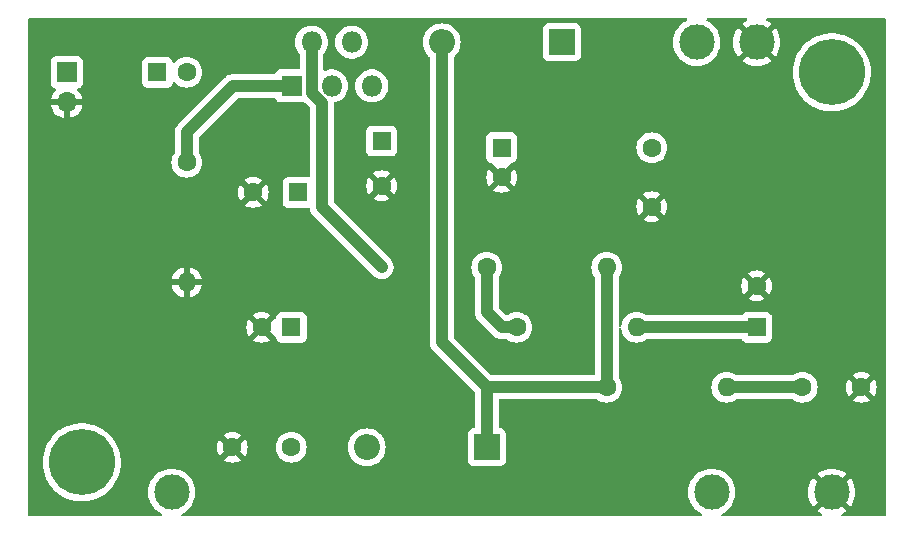
<source format=gbr>
%TF.GenerationSoftware,KiCad,Pcbnew,8.0.3*%
%TF.CreationDate,2025-07-08T18:19:17+07:00*%
%TF.ProjectId,tda2030,74646132-3033-4302-9e6b-696361645f70,rev?*%
%TF.SameCoordinates,Original*%
%TF.FileFunction,Copper,L2,Bot*%
%TF.FilePolarity,Positive*%
%FSLAX46Y46*%
G04 Gerber Fmt 4.6, Leading zero omitted, Abs format (unit mm)*
G04 Created by KiCad (PCBNEW 8.0.3) date 2025-07-08 18:19:17*
%MOMM*%
%LPD*%
G01*
G04 APERTURE LIST*
%TA.AperFunction,ComponentPad*%
%ADD10R,1.600000X1.600000*%
%TD*%
%TA.AperFunction,ComponentPad*%
%ADD11C,1.600000*%
%TD*%
%TA.AperFunction,ComponentPad*%
%ADD12O,1.600000X1.600000*%
%TD*%
%TA.AperFunction,ComponentPad*%
%ADD13C,5.600000*%
%TD*%
%TA.AperFunction,ComponentPad*%
%ADD14R,1.700000X1.700000*%
%TD*%
%TA.AperFunction,ComponentPad*%
%ADD15O,1.700000X1.700000*%
%TD*%
%TA.AperFunction,ComponentPad*%
%ADD16C,3.000000*%
%TD*%
%TA.AperFunction,ComponentPad*%
%ADD17R,2.200000X2.200000*%
%TD*%
%TA.AperFunction,ComponentPad*%
%ADD18O,2.200000X2.200000*%
%TD*%
%TA.AperFunction,ComponentPad*%
%ADD19R,1.800000X1.800000*%
%TD*%
%TA.AperFunction,ComponentPad*%
%ADD20O,1.800000X1.800000*%
%TD*%
%TA.AperFunction,ViaPad*%
%ADD21C,1.000000*%
%TD*%
%TA.AperFunction,Conductor*%
%ADD22C,1.000000*%
%TD*%
G04 APERTURE END LIST*
D10*
%TO.P,C7,1*%
%TO.N,V-*%
X175220000Y-77470000D03*
D11*
%TO.P,C7,2*%
%TO.N,GND*%
X172720000Y-77470000D03*
%TD*%
D10*
%TO.P,C4,1*%
%TO.N,v+*%
X193040000Y-62270000D03*
D11*
%TO.P,C4,2*%
%TO.N,GND*%
X193040000Y-64770000D03*
%TD*%
D10*
%TO.P,C5,1*%
%TO.N,v+*%
X182880000Y-61697349D03*
D11*
%TO.P,C5,2*%
%TO.N,GND*%
X182880000Y-65497349D03*
%TD*%
%TO.P,R2,1*%
%TO.N,Net-(U1--)*%
X194310000Y-77470000D03*
D12*
%TO.P,R2,2*%
%TO.N,Net-(C2-Pad1)*%
X204470000Y-77470000D03*
%TD*%
D13*
%TO.P,REF\u002A\u002A,1*%
%TO.N,N/C*%
X157480000Y-88900000D03*
%TD*%
D10*
%TO.P,C1,1*%
%TO.N,audio in*%
X163870000Y-55880000D03*
D11*
%TO.P,C1,2*%
%TO.N,Net-(U1-+)*%
X166370000Y-55880000D03*
%TD*%
D14*
%TO.P,audio mono,1*%
%TO.N,audio in*%
X156210000Y-55880000D03*
D15*
%TO.P,audio mono,2*%
%TO.N,GND*%
X156210000Y-58420000D03*
%TD*%
D16*
%TO.P,V+,1*%
%TO.N,v+*%
X209550000Y-53340000D03*
%TD*%
D11*
%TO.P,R4,1*%
%TO.N,S+*%
X201930000Y-82550000D03*
D12*
%TO.P,R4,2*%
%TO.N,Net-(C9-Pad1)*%
X212090000Y-82550000D03*
%TD*%
D10*
%TO.P,C6,1*%
%TO.N,V-*%
X175792651Y-66040000D03*
D11*
%TO.P,C6,2*%
%TO.N,GND*%
X171992651Y-66040000D03*
%TD*%
D17*
%TO.P,D1,1,K*%
%TO.N,v+*%
X198120000Y-53340000D03*
D18*
%TO.P,D1,2,A*%
%TO.N,S+*%
X187960000Y-53340000D03*
%TD*%
D16*
%TO.P,S-,1*%
%TO.N,GND*%
X220980000Y-91440000D03*
%TD*%
D17*
%TO.P,D2,1,K*%
%TO.N,S+*%
X191770000Y-87630000D03*
D18*
%TO.P,D2,2,A*%
%TO.N,V-*%
X181610000Y-87630000D03*
%TD*%
D11*
%TO.P,C3,1*%
%TO.N,v+*%
X205740000Y-62270000D03*
%TO.P,C3,2*%
%TO.N,GND*%
X205740000Y-67270000D03*
%TD*%
D16*
%TO.P,S+,1*%
%TO.N,S+*%
X210820000Y-91440000D03*
%TD*%
%TO.P,0v,1*%
%TO.N,GND*%
X214630000Y-53340000D03*
%TD*%
D13*
%TO.P,REF\u002A\u002A,1*%
%TO.N,N/C*%
X220980000Y-55880000D03*
%TD*%
D16*
%TO.P,V-,1*%
%TO.N,V-*%
X165100000Y-91440000D03*
%TD*%
D19*
%TO.P,U1,1,+*%
%TO.N,Net-(U1-+)*%
X175240000Y-57040000D03*
D20*
%TO.P,U1,2,-*%
%TO.N,Net-(U1--)*%
X176940000Y-53340000D03*
%TO.P,U1,3,-Vs*%
%TO.N,V-*%
X178640000Y-57040000D03*
%TO.P,U1,4*%
%TO.N,S+*%
X180340000Y-53340000D03*
%TO.P,U1,5,+Vs*%
%TO.N,v+*%
X182040000Y-57040000D03*
%TD*%
D11*
%TO.P,R3,1*%
%TO.N,Net-(U1-+)*%
X166370000Y-63500000D03*
D12*
%TO.P,R3,2*%
%TO.N,GND*%
X166370000Y-73660000D03*
%TD*%
D11*
%TO.P,C9,1*%
%TO.N,Net-(C9-Pad1)*%
X218480000Y-82550000D03*
%TO.P,C9,2*%
%TO.N,GND*%
X223480000Y-82550000D03*
%TD*%
D10*
%TO.P,C2,1*%
%TO.N,Net-(C2-Pad1)*%
X214630000Y-77470000D03*
D11*
%TO.P,C2,2*%
%TO.N,GND*%
X214630000Y-73970000D03*
%TD*%
%TO.P,C8,1*%
%TO.N,V-*%
X175220000Y-87630000D03*
%TO.P,C8,2*%
%TO.N,GND*%
X170220000Y-87630000D03*
%TD*%
%TO.P,R1,1*%
%TO.N,Net-(U1--)*%
X191770000Y-72390000D03*
D12*
%TO.P,R1,2*%
%TO.N,S+*%
X201930000Y-72390000D03*
%TD*%
D21*
%TO.N,GND*%
X182880000Y-91440000D03*
X163830000Y-63500000D03*
X219710000Y-60960000D03*
X186690000Y-91440000D03*
X156210000Y-63500000D03*
X212090000Y-60960000D03*
X163830000Y-71120000D03*
X198120000Y-91440000D03*
X182880000Y-78740000D03*
X194310000Y-91440000D03*
X156210000Y-74930000D03*
X223520000Y-64770000D03*
X179070000Y-78740000D03*
X223520000Y-60960000D03*
X163830000Y-74930000D03*
X223520000Y-68580000D03*
X160020000Y-63500000D03*
X215900000Y-68580000D03*
X208280000Y-68580000D03*
X190500000Y-91440000D03*
X179070000Y-82550000D03*
X163830000Y-67310000D03*
X212090000Y-68580000D03*
X179070000Y-91440000D03*
X156210000Y-71120000D03*
X208280000Y-72390000D03*
X182880000Y-82550000D03*
X156210000Y-78740000D03*
X163830000Y-78740000D03*
X215900000Y-64770000D03*
X160020000Y-78740000D03*
X219710000Y-68580000D03*
X160020000Y-74930000D03*
X163830000Y-82550000D03*
X223520000Y-72390000D03*
X208280000Y-64770000D03*
X160020000Y-67310000D03*
X212090000Y-64770000D03*
X156210000Y-82550000D03*
X160020000Y-71120000D03*
X219710000Y-72390000D03*
X219710000Y-64770000D03*
X179070000Y-74930000D03*
X156210000Y-67310000D03*
X160020000Y-82550000D03*
X215900000Y-60960000D03*
X186690000Y-82550000D03*
%TO.N,Net-(U1--)*%
X182880000Y-72390000D03*
%TD*%
D22*
%TO.N,Net-(C2-Pad1)*%
X214630000Y-77470000D02*
X204470000Y-77470000D01*
%TO.N,Net-(U1--)*%
X191770000Y-76200000D02*
X191770000Y-72390000D01*
X177800000Y-58462742D02*
X176940000Y-57602742D01*
X182880000Y-72390000D02*
X177800000Y-67310000D01*
X194310000Y-77470000D02*
X193040000Y-77470000D01*
X176940000Y-57602742D02*
X176940000Y-53340000D01*
X177800000Y-67310000D02*
X177800000Y-58462742D01*
X193040000Y-77470000D02*
X191770000Y-76200000D01*
%TO.N,Net-(U1-+)*%
X170290000Y-57040000D02*
X175240000Y-57040000D01*
X166370000Y-63500000D02*
X166370000Y-60960000D01*
X166370000Y-60960000D02*
X170290000Y-57040000D01*
%TO.N,Net-(C9-Pad1)*%
X218480000Y-82550000D02*
X212090000Y-82550000D01*
%TO.N,S+*%
X201930000Y-82550000D02*
X191770000Y-82550000D01*
X191770000Y-82550000D02*
X191770000Y-87630000D01*
X187960000Y-78740000D02*
X191770000Y-82550000D01*
X187960000Y-53340000D02*
X187960000Y-78740000D01*
X201930000Y-72390000D02*
X201930000Y-82550000D01*
%TD*%
%TA.AperFunction,Conductor*%
%TO.N,GND*%
G36*
X208692037Y-51320185D02*
G01*
X208737792Y-51372989D01*
X208747736Y-51442147D01*
X208718711Y-51505703D01*
X208684425Y-51533332D01*
X208465690Y-51652770D01*
X208465682Y-51652775D01*
X208236612Y-51824254D01*
X208236594Y-51824270D01*
X208034270Y-52026594D01*
X208034254Y-52026612D01*
X207862775Y-52255682D01*
X207862770Y-52255690D01*
X207725635Y-52506833D01*
X207625628Y-52774962D01*
X207564804Y-53054566D01*
X207544390Y-53339998D01*
X207544390Y-53340001D01*
X207564804Y-53625433D01*
X207625628Y-53905037D01*
X207625630Y-53905043D01*
X207625631Y-53905046D01*
X207725557Y-54172958D01*
X207725635Y-54173166D01*
X207862770Y-54424309D01*
X207862775Y-54424317D01*
X208034254Y-54653387D01*
X208034270Y-54653405D01*
X208236594Y-54855729D01*
X208236612Y-54855745D01*
X208465682Y-55027224D01*
X208465690Y-55027229D01*
X208716833Y-55164364D01*
X208716832Y-55164364D01*
X208716836Y-55164365D01*
X208716839Y-55164367D01*
X208984954Y-55264369D01*
X208984960Y-55264370D01*
X208984962Y-55264371D01*
X209264566Y-55325195D01*
X209264568Y-55325195D01*
X209264572Y-55325196D01*
X209518220Y-55343337D01*
X209549999Y-55345610D01*
X209550000Y-55345610D01*
X209550001Y-55345610D01*
X209578595Y-55343564D01*
X209835428Y-55325196D01*
X210115046Y-55264369D01*
X210383161Y-55164367D01*
X210634315Y-55027226D01*
X210863395Y-54855739D01*
X211065739Y-54653395D01*
X211237226Y-54424315D01*
X211374367Y-54173161D01*
X211474369Y-53905046D01*
X211498025Y-53796300D01*
X211535195Y-53625433D01*
X211535195Y-53625432D01*
X211535196Y-53625428D01*
X211555610Y-53340000D01*
X211555609Y-53339993D01*
X211541606Y-53144199D01*
X211535196Y-53054572D01*
X211520005Y-52984742D01*
X211474371Y-52774962D01*
X211474370Y-52774960D01*
X211474369Y-52774954D01*
X211374367Y-52506839D01*
X211314031Y-52396343D01*
X211237229Y-52255690D01*
X211237224Y-52255682D01*
X211065745Y-52026612D01*
X211065729Y-52026594D01*
X210863405Y-51824270D01*
X210863387Y-51824254D01*
X210634317Y-51652775D01*
X210634309Y-51652770D01*
X210415575Y-51533332D01*
X210366170Y-51483927D01*
X210351318Y-51415654D01*
X210375735Y-51350189D01*
X210431669Y-51308318D01*
X210475002Y-51300500D01*
X213706042Y-51300500D01*
X213773081Y-51320185D01*
X213818836Y-51372989D01*
X213828780Y-51442147D01*
X213799755Y-51505703D01*
X213765469Y-51533332D01*
X213545961Y-51653191D01*
X213545953Y-51653196D01*
X213403437Y-51759882D01*
X213403436Y-51759883D01*
X214305975Y-52662421D01*
X214274742Y-52675359D01*
X214151903Y-52757437D01*
X214047437Y-52861903D01*
X213965359Y-52984742D01*
X213952421Y-53015974D01*
X213049883Y-52113436D01*
X213049882Y-52113437D01*
X212943196Y-52255953D01*
X212943191Y-52255961D01*
X212806091Y-52507041D01*
X212706109Y-52775104D01*
X212645300Y-53054637D01*
X212624891Y-53339998D01*
X212624891Y-53340001D01*
X212645300Y-53625362D01*
X212706109Y-53904895D01*
X212806091Y-54172958D01*
X212943191Y-54424038D01*
X212943196Y-54424046D01*
X213049882Y-54566561D01*
X213049883Y-54566562D01*
X213952421Y-53664024D01*
X213965359Y-53695258D01*
X214047437Y-53818097D01*
X214151903Y-53922563D01*
X214274742Y-54004641D01*
X214305974Y-54017578D01*
X213403436Y-54920115D01*
X213545960Y-55026807D01*
X213545961Y-55026808D01*
X213797042Y-55163908D01*
X213797041Y-55163908D01*
X214065104Y-55263890D01*
X214344637Y-55324699D01*
X214629999Y-55345109D01*
X214630001Y-55345109D01*
X214915362Y-55324699D01*
X215194895Y-55263890D01*
X215462958Y-55163908D01*
X215714047Y-55026803D01*
X215856561Y-54920116D01*
X215856562Y-54920115D01*
X214954025Y-54017577D01*
X214985258Y-54004641D01*
X215108097Y-53922563D01*
X215212563Y-53818097D01*
X215294641Y-53695258D01*
X215307578Y-53664025D01*
X216210115Y-54566562D01*
X216210116Y-54566561D01*
X216316803Y-54424047D01*
X216453908Y-54172958D01*
X216553890Y-53904895D01*
X216614699Y-53625362D01*
X216635109Y-53340001D01*
X216635109Y-53339998D01*
X216614699Y-53054637D01*
X216553890Y-52775104D01*
X216453908Y-52507041D01*
X216316808Y-52255961D01*
X216316807Y-52255960D01*
X216210115Y-52113436D01*
X215307577Y-53015973D01*
X215294641Y-52984742D01*
X215212563Y-52861903D01*
X215108097Y-52757437D01*
X214985258Y-52675359D01*
X214954024Y-52662421D01*
X215856562Y-51759883D01*
X215856561Y-51759882D01*
X215714046Y-51653196D01*
X215714038Y-51653191D01*
X215494531Y-51533332D01*
X215445126Y-51483927D01*
X215430274Y-51415654D01*
X215454691Y-51350190D01*
X215510624Y-51308318D01*
X215553958Y-51300500D01*
X225435500Y-51300500D01*
X225502539Y-51320185D01*
X225548294Y-51372989D01*
X225559500Y-51424500D01*
X225559500Y-93355500D01*
X225539815Y-93422539D01*
X225487011Y-93468294D01*
X225435500Y-93479500D01*
X221903958Y-93479500D01*
X221836919Y-93459815D01*
X221791164Y-93407011D01*
X221781220Y-93337853D01*
X221810245Y-93274297D01*
X221844531Y-93246668D01*
X222064047Y-93126803D01*
X222206561Y-93020116D01*
X222206562Y-93020115D01*
X221304025Y-92117577D01*
X221335258Y-92104641D01*
X221458097Y-92022563D01*
X221562563Y-91918097D01*
X221644641Y-91795258D01*
X221657578Y-91764025D01*
X222560115Y-92666562D01*
X222560116Y-92666561D01*
X222666803Y-92524047D01*
X222803908Y-92272958D01*
X222903890Y-92004895D01*
X222964699Y-91725362D01*
X222985109Y-91440001D01*
X222985109Y-91439998D01*
X222964699Y-91154637D01*
X222903890Y-90875104D01*
X222803908Y-90607041D01*
X222666808Y-90355961D01*
X222666807Y-90355960D01*
X222560115Y-90213436D01*
X221657577Y-91115973D01*
X221644641Y-91084742D01*
X221562563Y-90961903D01*
X221458097Y-90857437D01*
X221335258Y-90775359D01*
X221304024Y-90762421D01*
X222206562Y-89859883D01*
X222206561Y-89859882D01*
X222064046Y-89753196D01*
X222064038Y-89753191D01*
X221812957Y-89616091D01*
X221812958Y-89616091D01*
X221544895Y-89516109D01*
X221265362Y-89455300D01*
X220980001Y-89434891D01*
X220979999Y-89434891D01*
X220694637Y-89455300D01*
X220415104Y-89516109D01*
X220147041Y-89616091D01*
X219895961Y-89753191D01*
X219895953Y-89753196D01*
X219753437Y-89859882D01*
X219753436Y-89859883D01*
X220655975Y-90762421D01*
X220624742Y-90775359D01*
X220501903Y-90857437D01*
X220397437Y-90961903D01*
X220315359Y-91084742D01*
X220302421Y-91115974D01*
X219399883Y-90213436D01*
X219399882Y-90213437D01*
X219293196Y-90355953D01*
X219293191Y-90355961D01*
X219156091Y-90607041D01*
X219056109Y-90875104D01*
X218995300Y-91154637D01*
X218974891Y-91439998D01*
X218974891Y-91440001D01*
X218995300Y-91725362D01*
X219056109Y-92004895D01*
X219156091Y-92272958D01*
X219293191Y-92524038D01*
X219293196Y-92524046D01*
X219399882Y-92666561D01*
X219399883Y-92666562D01*
X220302421Y-91764024D01*
X220315359Y-91795258D01*
X220397437Y-91918097D01*
X220501903Y-92022563D01*
X220624742Y-92104641D01*
X220655974Y-92117578D01*
X219753436Y-93020115D01*
X219895960Y-93126807D01*
X219895961Y-93126808D01*
X220115469Y-93246668D01*
X220164874Y-93296073D01*
X220179726Y-93364346D01*
X220155309Y-93429810D01*
X220099376Y-93471682D01*
X220056042Y-93479500D01*
X211745002Y-93479500D01*
X211677963Y-93459815D01*
X211632208Y-93407011D01*
X211622264Y-93337853D01*
X211651289Y-93274297D01*
X211685575Y-93246668D01*
X211821427Y-93172486D01*
X211904315Y-93127226D01*
X212133395Y-92955739D01*
X212335739Y-92753395D01*
X212507226Y-92524315D01*
X212644367Y-92273161D01*
X212744369Y-92005046D01*
X212784555Y-91820315D01*
X212805195Y-91725433D01*
X212805195Y-91725432D01*
X212805196Y-91725428D01*
X212825610Y-91440000D01*
X212805196Y-91154572D01*
X212790005Y-91084742D01*
X212744371Y-90874962D01*
X212744370Y-90874960D01*
X212744369Y-90874954D01*
X212644367Y-90606839D01*
X212507372Y-90355953D01*
X212507229Y-90355690D01*
X212507224Y-90355682D01*
X212335745Y-90126612D01*
X212335729Y-90126594D01*
X212133405Y-89924270D01*
X212133387Y-89924254D01*
X211904317Y-89752775D01*
X211904309Y-89752770D01*
X211653166Y-89615635D01*
X211653167Y-89615635D01*
X211545915Y-89575632D01*
X211385046Y-89515631D01*
X211385043Y-89515630D01*
X211385037Y-89515628D01*
X211105433Y-89454804D01*
X210820001Y-89434390D01*
X210819999Y-89434390D01*
X210534566Y-89454804D01*
X210254962Y-89515628D01*
X209986833Y-89615635D01*
X209735690Y-89752770D01*
X209735682Y-89752775D01*
X209506612Y-89924254D01*
X209506594Y-89924270D01*
X209304270Y-90126594D01*
X209304254Y-90126612D01*
X209132775Y-90355682D01*
X209132770Y-90355690D01*
X208995635Y-90606833D01*
X208895628Y-90874962D01*
X208834804Y-91154566D01*
X208814390Y-91439998D01*
X208814390Y-91440001D01*
X208834804Y-91725433D01*
X208895628Y-92005037D01*
X208895630Y-92005043D01*
X208895631Y-92005046D01*
X208968532Y-92200500D01*
X208995635Y-92273166D01*
X209132770Y-92524309D01*
X209132775Y-92524317D01*
X209304254Y-92753387D01*
X209304270Y-92753405D01*
X209506594Y-92955729D01*
X209506612Y-92955745D01*
X209735682Y-93127224D01*
X209735690Y-93127229D01*
X209954425Y-93246668D01*
X210003830Y-93296073D01*
X210018682Y-93364346D01*
X209994265Y-93429811D01*
X209938331Y-93471682D01*
X209894998Y-93479500D01*
X166025002Y-93479500D01*
X165957963Y-93459815D01*
X165912208Y-93407011D01*
X165902264Y-93337853D01*
X165931289Y-93274297D01*
X165965575Y-93246668D01*
X166101427Y-93172486D01*
X166184315Y-93127226D01*
X166413395Y-92955739D01*
X166615739Y-92753395D01*
X166787226Y-92524315D01*
X166924367Y-92273161D01*
X167024369Y-92005046D01*
X167064555Y-91820315D01*
X167085195Y-91725433D01*
X167085195Y-91725432D01*
X167085196Y-91725428D01*
X167105610Y-91440000D01*
X167085196Y-91154572D01*
X167070005Y-91084742D01*
X167024371Y-90874962D01*
X167024370Y-90874960D01*
X167024369Y-90874954D01*
X166924367Y-90606839D01*
X166787372Y-90355953D01*
X166787229Y-90355690D01*
X166787224Y-90355682D01*
X166615745Y-90126612D01*
X166615729Y-90126594D01*
X166413405Y-89924270D01*
X166413387Y-89924254D01*
X166184317Y-89752775D01*
X166184309Y-89752770D01*
X165933166Y-89615635D01*
X165933167Y-89615635D01*
X165825915Y-89575632D01*
X165665046Y-89515631D01*
X165665043Y-89515630D01*
X165665037Y-89515628D01*
X165385433Y-89454804D01*
X165100001Y-89434390D01*
X165099999Y-89434390D01*
X164814566Y-89454804D01*
X164534962Y-89515628D01*
X164266833Y-89615635D01*
X164015690Y-89752770D01*
X164015682Y-89752775D01*
X163786612Y-89924254D01*
X163786594Y-89924270D01*
X163584270Y-90126594D01*
X163584254Y-90126612D01*
X163412775Y-90355682D01*
X163412770Y-90355690D01*
X163275635Y-90606833D01*
X163175628Y-90874962D01*
X163114804Y-91154566D01*
X163094390Y-91439998D01*
X163094390Y-91440001D01*
X163114804Y-91725433D01*
X163175628Y-92005037D01*
X163175630Y-92005043D01*
X163175631Y-92005046D01*
X163248532Y-92200500D01*
X163275635Y-92273166D01*
X163412770Y-92524309D01*
X163412775Y-92524317D01*
X163584254Y-92753387D01*
X163584270Y-92753405D01*
X163786594Y-92955729D01*
X163786612Y-92955745D01*
X164015682Y-93127224D01*
X164015690Y-93127229D01*
X164234425Y-93246668D01*
X164283830Y-93296073D01*
X164298682Y-93364346D01*
X164274265Y-93429811D01*
X164218331Y-93471682D01*
X164174998Y-93479500D01*
X153024500Y-93479500D01*
X152957461Y-93459815D01*
X152911706Y-93407011D01*
X152900500Y-93355500D01*
X152900500Y-88899997D01*
X154174652Y-88899997D01*
X154174652Y-88900002D01*
X154176216Y-88928839D01*
X154192839Y-89235449D01*
X154194028Y-89257368D01*
X154194029Y-89257385D01*
X154251926Y-89610539D01*
X154251932Y-89610565D01*
X154347672Y-89955392D01*
X154347674Y-89955399D01*
X154480142Y-90287870D01*
X154480151Y-90287888D01*
X154647784Y-90604077D01*
X154647787Y-90604082D01*
X154647789Y-90604085D01*
X154831544Y-90875104D01*
X154848634Y-90900309D01*
X154848641Y-90900319D01*
X155005292Y-91084742D01*
X155080332Y-91173086D01*
X155340163Y-91419211D01*
X155625081Y-91635800D01*
X155931747Y-91820315D01*
X155931749Y-91820316D01*
X155931751Y-91820317D01*
X155931755Y-91820319D01*
X156143100Y-91918097D01*
X156256565Y-91970591D01*
X156595726Y-92084868D01*
X156945254Y-92161805D01*
X157301052Y-92200500D01*
X157301058Y-92200500D01*
X157658942Y-92200500D01*
X157658948Y-92200500D01*
X158014746Y-92161805D01*
X158364274Y-92084868D01*
X158703435Y-91970591D01*
X159028253Y-91820315D01*
X159334919Y-91635800D01*
X159619837Y-91419211D01*
X159879668Y-91173086D01*
X160111365Y-90900311D01*
X160312211Y-90604085D01*
X160479853Y-90287880D01*
X160612324Y-89955403D01*
X160708071Y-89610552D01*
X160765972Y-89257371D01*
X160785348Y-88900000D01*
X160765972Y-88542629D01*
X160753924Y-88469141D01*
X160708073Y-88189460D01*
X160708072Y-88189459D01*
X160708071Y-88189448D01*
X160615682Y-87856692D01*
X160612327Y-87844607D01*
X160612325Y-87844600D01*
X160526820Y-87629997D01*
X168915034Y-87629997D01*
X168915034Y-87630002D01*
X168934858Y-87856599D01*
X168934860Y-87856610D01*
X168993730Y-88076317D01*
X168993735Y-88076331D01*
X169089863Y-88282478D01*
X169140974Y-88355472D01*
X169820000Y-87676446D01*
X169820000Y-87682661D01*
X169847259Y-87784394D01*
X169899920Y-87875606D01*
X169974394Y-87950080D01*
X170065606Y-88002741D01*
X170167339Y-88030000D01*
X170173553Y-88030000D01*
X169494526Y-88709025D01*
X169567513Y-88760132D01*
X169567521Y-88760136D01*
X169773668Y-88856264D01*
X169773682Y-88856269D01*
X169993389Y-88915139D01*
X169993400Y-88915141D01*
X170219998Y-88934966D01*
X170220002Y-88934966D01*
X170446599Y-88915141D01*
X170446610Y-88915139D01*
X170666317Y-88856269D01*
X170666331Y-88856264D01*
X170872478Y-88760136D01*
X170945471Y-88709024D01*
X170266447Y-88030000D01*
X170272661Y-88030000D01*
X170374394Y-88002741D01*
X170465606Y-87950080D01*
X170540080Y-87875606D01*
X170592741Y-87784394D01*
X170620000Y-87682661D01*
X170620000Y-87676447D01*
X171299024Y-88355471D01*
X171350136Y-88282478D01*
X171446264Y-88076331D01*
X171446269Y-88076317D01*
X171505139Y-87856610D01*
X171505141Y-87856599D01*
X171524966Y-87630002D01*
X171524966Y-87629998D01*
X173914532Y-87629998D01*
X173914532Y-87630001D01*
X173934364Y-87856686D01*
X173934366Y-87856697D01*
X173993258Y-88076488D01*
X173993261Y-88076497D01*
X174089431Y-88282732D01*
X174089432Y-88282734D01*
X174219954Y-88469141D01*
X174380858Y-88630045D01*
X174380861Y-88630047D01*
X174567266Y-88760568D01*
X174773504Y-88856739D01*
X174993308Y-88915635D01*
X175155230Y-88929801D01*
X175219998Y-88935468D01*
X175220000Y-88935468D01*
X175220002Y-88935468D01*
X175276673Y-88930509D01*
X175446692Y-88915635D01*
X175666496Y-88856739D01*
X175872734Y-88760568D01*
X176059139Y-88630047D01*
X176220047Y-88469139D01*
X176350568Y-88282734D01*
X176446739Y-88076496D01*
X176505635Y-87856692D01*
X176525468Y-87630000D01*
X180004551Y-87630000D01*
X180024317Y-87881151D01*
X180083126Y-88126110D01*
X180179533Y-88358859D01*
X180311160Y-88573653D01*
X180311161Y-88573656D01*
X180311164Y-88573659D01*
X180474776Y-88765224D01*
X180581929Y-88856741D01*
X180666343Y-88928838D01*
X180666346Y-88928839D01*
X180881140Y-89060466D01*
X181113889Y-89156873D01*
X181358852Y-89215683D01*
X181610000Y-89235449D01*
X181861148Y-89215683D01*
X182106111Y-89156873D01*
X182338859Y-89060466D01*
X182553659Y-88928836D01*
X182745224Y-88765224D01*
X182908836Y-88573659D01*
X183040466Y-88358859D01*
X183136873Y-88126111D01*
X183195683Y-87881148D01*
X183215449Y-87630000D01*
X183195683Y-87378852D01*
X183136873Y-87133889D01*
X183072104Y-86977521D01*
X183040466Y-86901140D01*
X182908839Y-86686346D01*
X182908838Y-86686343D01*
X182860676Y-86629953D01*
X182745224Y-86494776D01*
X182569117Y-86344366D01*
X182553656Y-86331161D01*
X182553653Y-86331160D01*
X182338859Y-86199533D01*
X182106110Y-86103126D01*
X181861151Y-86044317D01*
X181610000Y-86024551D01*
X181358848Y-86044317D01*
X181113889Y-86103126D01*
X180881140Y-86199533D01*
X180666346Y-86331160D01*
X180666343Y-86331161D01*
X180474776Y-86494776D01*
X180311161Y-86686343D01*
X180311160Y-86686346D01*
X180179533Y-86901140D01*
X180083126Y-87133889D01*
X180024317Y-87378848D01*
X180004551Y-87630000D01*
X176525468Y-87630000D01*
X176505635Y-87403308D01*
X176446739Y-87183504D01*
X176350568Y-86977266D01*
X176220047Y-86790861D01*
X176220045Y-86790858D01*
X176059141Y-86629954D01*
X175872734Y-86499432D01*
X175872732Y-86499431D01*
X175666497Y-86403261D01*
X175666488Y-86403258D01*
X175446697Y-86344366D01*
X175446693Y-86344365D01*
X175446692Y-86344365D01*
X175446691Y-86344364D01*
X175446686Y-86344364D01*
X175220002Y-86324532D01*
X175219998Y-86324532D01*
X174993313Y-86344364D01*
X174993302Y-86344366D01*
X174773511Y-86403258D01*
X174773502Y-86403261D01*
X174567267Y-86499431D01*
X174567265Y-86499432D01*
X174380858Y-86629954D01*
X174219954Y-86790858D01*
X174089432Y-86977265D01*
X174089431Y-86977267D01*
X173993261Y-87183502D01*
X173993258Y-87183511D01*
X173934366Y-87403302D01*
X173934364Y-87403313D01*
X173914532Y-87629998D01*
X171524966Y-87629998D01*
X171524966Y-87629997D01*
X171505141Y-87403400D01*
X171505139Y-87403389D01*
X171446269Y-87183682D01*
X171446264Y-87183668D01*
X171350136Y-86977521D01*
X171350132Y-86977513D01*
X171299025Y-86904526D01*
X170620000Y-87583551D01*
X170620000Y-87577339D01*
X170592741Y-87475606D01*
X170540080Y-87384394D01*
X170465606Y-87309920D01*
X170374394Y-87257259D01*
X170272661Y-87230000D01*
X170266448Y-87230000D01*
X170945472Y-86550974D01*
X170872478Y-86499863D01*
X170666331Y-86403735D01*
X170666317Y-86403730D01*
X170446610Y-86344860D01*
X170446599Y-86344858D01*
X170220002Y-86325034D01*
X170219998Y-86325034D01*
X169993400Y-86344858D01*
X169993389Y-86344860D01*
X169773682Y-86403730D01*
X169773673Y-86403734D01*
X169567516Y-86499866D01*
X169567512Y-86499868D01*
X169494526Y-86550973D01*
X169494526Y-86550974D01*
X170173553Y-87230000D01*
X170167339Y-87230000D01*
X170065606Y-87257259D01*
X169974394Y-87309920D01*
X169899920Y-87384394D01*
X169847259Y-87475606D01*
X169820000Y-87577339D01*
X169820000Y-87583552D01*
X169140974Y-86904526D01*
X169140973Y-86904526D01*
X169089868Y-86977512D01*
X169089866Y-86977516D01*
X168993734Y-87183673D01*
X168993730Y-87183682D01*
X168934860Y-87403389D01*
X168934858Y-87403400D01*
X168915034Y-87629997D01*
X160526820Y-87629997D01*
X160479857Y-87512129D01*
X160479848Y-87512111D01*
X160312215Y-87195922D01*
X160312213Y-87195919D01*
X160312211Y-87195915D01*
X160111365Y-86899689D01*
X160111361Y-86899684D01*
X160111358Y-86899680D01*
X159879668Y-86626914D01*
X159745545Y-86499866D01*
X159619837Y-86380789D01*
X159619830Y-86380783D01*
X159619827Y-86380781D01*
X159552245Y-86329407D01*
X159334919Y-86164200D01*
X159028253Y-85979685D01*
X159028252Y-85979684D01*
X159028248Y-85979682D01*
X159028244Y-85979680D01*
X158703447Y-85829414D01*
X158703441Y-85829411D01*
X158703435Y-85829409D01*
X158533854Y-85772270D01*
X158364273Y-85715131D01*
X158014744Y-85638194D01*
X157658949Y-85599500D01*
X157658948Y-85599500D01*
X157301052Y-85599500D01*
X157301050Y-85599500D01*
X156945255Y-85638194D01*
X156595726Y-85715131D01*
X156339970Y-85801306D01*
X156256565Y-85829409D01*
X156256563Y-85829410D01*
X156256552Y-85829414D01*
X155931755Y-85979680D01*
X155931751Y-85979682D01*
X155754711Y-86086204D01*
X155625081Y-86164200D01*
X155578600Y-86199534D01*
X155340172Y-86380781D01*
X155340163Y-86380789D01*
X155080331Y-86626914D01*
X154848641Y-86899680D01*
X154848634Y-86899690D01*
X154647790Y-87195913D01*
X154647784Y-87195922D01*
X154480151Y-87512111D01*
X154480142Y-87512129D01*
X154347674Y-87844600D01*
X154347672Y-87844607D01*
X154251932Y-88189434D01*
X154251926Y-88189460D01*
X154194029Y-88542614D01*
X154194028Y-88542627D01*
X154194028Y-88542629D01*
X154189288Y-88630047D01*
X154174652Y-88899997D01*
X152900500Y-88899997D01*
X152900500Y-77469997D01*
X171415034Y-77469997D01*
X171415034Y-77470002D01*
X171434858Y-77696599D01*
X171434860Y-77696610D01*
X171493730Y-77916317D01*
X171493735Y-77916331D01*
X171589863Y-78122478D01*
X171640974Y-78195472D01*
X172320000Y-77516446D01*
X172320000Y-77522661D01*
X172347259Y-77624394D01*
X172399920Y-77715606D01*
X172474394Y-77790080D01*
X172565606Y-77842741D01*
X172667339Y-77870000D01*
X172673553Y-77870000D01*
X171994526Y-78549025D01*
X172067513Y-78600132D01*
X172067521Y-78600136D01*
X172273668Y-78696264D01*
X172273682Y-78696269D01*
X172493389Y-78755139D01*
X172493400Y-78755141D01*
X172719998Y-78774966D01*
X172720002Y-78774966D01*
X172946599Y-78755141D01*
X172946610Y-78755139D01*
X173166317Y-78696269D01*
X173166331Y-78696264D01*
X173372478Y-78600136D01*
X173445471Y-78549024D01*
X172766447Y-77870000D01*
X172772661Y-77870000D01*
X172874394Y-77842741D01*
X172965606Y-77790080D01*
X173040080Y-77715606D01*
X173092741Y-77624394D01*
X173120000Y-77522661D01*
X173120000Y-77516447D01*
X173804197Y-78200644D01*
X173853192Y-78210491D01*
X173903375Y-78259106D01*
X173918049Y-78314632D01*
X173919099Y-78314576D01*
X173919146Y-78314571D01*
X173919146Y-78314573D01*
X173919324Y-78314564D01*
X173919501Y-78317876D01*
X173925908Y-78377483D01*
X173976202Y-78512328D01*
X173976206Y-78512335D01*
X174062452Y-78627544D01*
X174062455Y-78627547D01*
X174177664Y-78713793D01*
X174177671Y-78713797D01*
X174312517Y-78764091D01*
X174312516Y-78764091D01*
X174319444Y-78764835D01*
X174372127Y-78770500D01*
X176067872Y-78770499D01*
X176127483Y-78764091D01*
X176262331Y-78713796D01*
X176377546Y-78627546D01*
X176463796Y-78512331D01*
X176514091Y-78377483D01*
X176520500Y-78317873D01*
X176520499Y-76622128D01*
X176514091Y-76562517D01*
X176479567Y-76469954D01*
X176463797Y-76427671D01*
X176463793Y-76427664D01*
X176377547Y-76312455D01*
X176377544Y-76312452D01*
X176262335Y-76226206D01*
X176262328Y-76226202D01*
X176127482Y-76175908D01*
X176127483Y-76175908D01*
X176067883Y-76169501D01*
X176067881Y-76169500D01*
X176067873Y-76169500D01*
X176067864Y-76169500D01*
X174372129Y-76169500D01*
X174372123Y-76169501D01*
X174312516Y-76175908D01*
X174177671Y-76226202D01*
X174177664Y-76226206D01*
X174062455Y-76312452D01*
X174062452Y-76312455D01*
X173976206Y-76427664D01*
X173976202Y-76427671D01*
X173925908Y-76562517D01*
X173919501Y-76622116D01*
X173919501Y-76622123D01*
X173919322Y-76625452D01*
X173917847Y-76625372D01*
X173899815Y-76686784D01*
X173847011Y-76732539D01*
X173803522Y-76740029D01*
X173120000Y-77423551D01*
X173120000Y-77417339D01*
X173092741Y-77315606D01*
X173040080Y-77224394D01*
X172965606Y-77149920D01*
X172874394Y-77097259D01*
X172772661Y-77070000D01*
X172766448Y-77070000D01*
X173445472Y-76390974D01*
X173372478Y-76339863D01*
X173166331Y-76243735D01*
X173166317Y-76243730D01*
X172946610Y-76184860D01*
X172946599Y-76184858D01*
X172720002Y-76165034D01*
X172719998Y-76165034D01*
X172493400Y-76184858D01*
X172493389Y-76184860D01*
X172273682Y-76243730D01*
X172273673Y-76243734D01*
X172067516Y-76339866D01*
X172067512Y-76339868D01*
X171994526Y-76390973D01*
X171994526Y-76390974D01*
X172673553Y-77070000D01*
X172667339Y-77070000D01*
X172565606Y-77097259D01*
X172474394Y-77149920D01*
X172399920Y-77224394D01*
X172347259Y-77315606D01*
X172320000Y-77417339D01*
X172320000Y-77423552D01*
X171640974Y-76744526D01*
X171640973Y-76744526D01*
X171589868Y-76817512D01*
X171589866Y-76817516D01*
X171493734Y-77023673D01*
X171493730Y-77023682D01*
X171434860Y-77243389D01*
X171434858Y-77243400D01*
X171415034Y-77469997D01*
X152900500Y-77469997D01*
X152900500Y-73409999D01*
X165091127Y-73409999D01*
X165091128Y-73410000D01*
X166054314Y-73410000D01*
X166049920Y-73414394D01*
X165997259Y-73505606D01*
X165970000Y-73607339D01*
X165970000Y-73712661D01*
X165997259Y-73814394D01*
X166049920Y-73905606D01*
X166054314Y-73910000D01*
X165091128Y-73910000D01*
X165143730Y-74106317D01*
X165143734Y-74106326D01*
X165239865Y-74312482D01*
X165370342Y-74498820D01*
X165531179Y-74659657D01*
X165717517Y-74790134D01*
X165923673Y-74886265D01*
X165923682Y-74886269D01*
X166119999Y-74938872D01*
X166120000Y-74938871D01*
X166120000Y-73975686D01*
X166124394Y-73980080D01*
X166215606Y-74032741D01*
X166317339Y-74060000D01*
X166422661Y-74060000D01*
X166524394Y-74032741D01*
X166615606Y-73980080D01*
X166620000Y-73975686D01*
X166620000Y-74938872D01*
X166816317Y-74886269D01*
X166816326Y-74886265D01*
X167022482Y-74790134D01*
X167208820Y-74659657D01*
X167369657Y-74498820D01*
X167500134Y-74312482D01*
X167596265Y-74106326D01*
X167596269Y-74106317D01*
X167648872Y-73910000D01*
X166685686Y-73910000D01*
X166690080Y-73905606D01*
X166742741Y-73814394D01*
X166770000Y-73712661D01*
X166770000Y-73607339D01*
X166742741Y-73505606D01*
X166690080Y-73414394D01*
X166685686Y-73410000D01*
X167648872Y-73410000D01*
X167648872Y-73409999D01*
X167596269Y-73213682D01*
X167596265Y-73213673D01*
X167500134Y-73007517D01*
X167369657Y-72821179D01*
X167208820Y-72660342D01*
X167022482Y-72529865D01*
X166816328Y-72433734D01*
X166620000Y-72381127D01*
X166620000Y-73344314D01*
X166615606Y-73339920D01*
X166524394Y-73287259D01*
X166422661Y-73260000D01*
X166317339Y-73260000D01*
X166215606Y-73287259D01*
X166124394Y-73339920D01*
X166120000Y-73344314D01*
X166120000Y-72381127D01*
X165923671Y-72433734D01*
X165717517Y-72529865D01*
X165531179Y-72660342D01*
X165370342Y-72821179D01*
X165239865Y-73007517D01*
X165143734Y-73213673D01*
X165143730Y-73213682D01*
X165091127Y-73409999D01*
X152900500Y-73409999D01*
X152900500Y-66039997D01*
X170687685Y-66039997D01*
X170687685Y-66040002D01*
X170707509Y-66266599D01*
X170707511Y-66266610D01*
X170766381Y-66486317D01*
X170766386Y-66486331D01*
X170862514Y-66692478D01*
X170913625Y-66765472D01*
X171592651Y-66086446D01*
X171592651Y-66092661D01*
X171619910Y-66194394D01*
X171672571Y-66285606D01*
X171747045Y-66360080D01*
X171838257Y-66412741D01*
X171939990Y-66440000D01*
X171946204Y-66440000D01*
X171267177Y-67119025D01*
X171340164Y-67170132D01*
X171340172Y-67170136D01*
X171546319Y-67266264D01*
X171546333Y-67266269D01*
X171766040Y-67325139D01*
X171766051Y-67325141D01*
X171992649Y-67344966D01*
X171992653Y-67344966D01*
X172219250Y-67325141D01*
X172219261Y-67325139D01*
X172438968Y-67266269D01*
X172438982Y-67266264D01*
X172645129Y-67170136D01*
X172718122Y-67119024D01*
X172039098Y-66440000D01*
X172045312Y-66440000D01*
X172147045Y-66412741D01*
X172238257Y-66360080D01*
X172312731Y-66285606D01*
X172365392Y-66194394D01*
X172392651Y-66092661D01*
X172392651Y-66086447D01*
X173071675Y-66765471D01*
X173122787Y-66692478D01*
X173218915Y-66486331D01*
X173218920Y-66486317D01*
X173277790Y-66266610D01*
X173277792Y-66266599D01*
X173297617Y-66040002D01*
X173297617Y-66039997D01*
X173277792Y-65813400D01*
X173277790Y-65813389D01*
X173218920Y-65593682D01*
X173218915Y-65593668D01*
X173122787Y-65387521D01*
X173122783Y-65387513D01*
X173071676Y-65314526D01*
X172392651Y-65993551D01*
X172392651Y-65987339D01*
X172365392Y-65885606D01*
X172312731Y-65794394D01*
X172238257Y-65719920D01*
X172147045Y-65667259D01*
X172045312Y-65640000D01*
X172039099Y-65640000D01*
X172718123Y-64960974D01*
X172645129Y-64909863D01*
X172438982Y-64813735D01*
X172438968Y-64813730D01*
X172219261Y-64754860D01*
X172219250Y-64754858D01*
X171992653Y-64735034D01*
X171992649Y-64735034D01*
X171766051Y-64754858D01*
X171766040Y-64754860D01*
X171546333Y-64813730D01*
X171546324Y-64813734D01*
X171340167Y-64909866D01*
X171340163Y-64909868D01*
X171267177Y-64960973D01*
X171267177Y-64960974D01*
X171946204Y-65640000D01*
X171939990Y-65640000D01*
X171838257Y-65667259D01*
X171747045Y-65719920D01*
X171672571Y-65794394D01*
X171619910Y-65885606D01*
X171592651Y-65987339D01*
X171592651Y-65993552D01*
X170913625Y-65314526D01*
X170913624Y-65314526D01*
X170862519Y-65387512D01*
X170862517Y-65387516D01*
X170766385Y-65593673D01*
X170766381Y-65593682D01*
X170707511Y-65813389D01*
X170707509Y-65813400D01*
X170687685Y-66039997D01*
X152900500Y-66039997D01*
X152900500Y-63499998D01*
X165064532Y-63499998D01*
X165064532Y-63500001D01*
X165084364Y-63726686D01*
X165084366Y-63726697D01*
X165143258Y-63946488D01*
X165143261Y-63946497D01*
X165239431Y-64152732D01*
X165239432Y-64152734D01*
X165369954Y-64339141D01*
X165530858Y-64500045D01*
X165530861Y-64500047D01*
X165717266Y-64630568D01*
X165923504Y-64726739D01*
X165923509Y-64726740D01*
X165923511Y-64726741D01*
X165971129Y-64739500D01*
X166143308Y-64785635D01*
X166305230Y-64799801D01*
X166369998Y-64805468D01*
X166370000Y-64805468D01*
X166370002Y-64805468D01*
X166426673Y-64800509D01*
X166596692Y-64785635D01*
X166816496Y-64726739D01*
X167022734Y-64630568D01*
X167209139Y-64500047D01*
X167370047Y-64339139D01*
X167500568Y-64152734D01*
X167596739Y-63946496D01*
X167655635Y-63726692D01*
X167675468Y-63500000D01*
X167655635Y-63273308D01*
X167596739Y-63053504D01*
X167500568Y-62847266D01*
X167392924Y-62693532D01*
X167370597Y-62627326D01*
X167370500Y-62622410D01*
X167370500Y-61425782D01*
X167390185Y-61358743D01*
X167406819Y-61338101D01*
X170668101Y-58076819D01*
X170729424Y-58043334D01*
X170755782Y-58040500D01*
X173757209Y-58040500D01*
X173824248Y-58060185D01*
X173870003Y-58112989D01*
X173873391Y-58121167D01*
X173896202Y-58182328D01*
X173896206Y-58182335D01*
X173982452Y-58297544D01*
X173982455Y-58297547D01*
X174097664Y-58383793D01*
X174097671Y-58383797D01*
X174232517Y-58434091D01*
X174232516Y-58434091D01*
X174239444Y-58434835D01*
X174292127Y-58440500D01*
X176187872Y-58440499D01*
X176247483Y-58434091D01*
X176252161Y-58432345D01*
X176321852Y-58427357D01*
X176383177Y-58460839D01*
X176763181Y-58840843D01*
X176796666Y-58902166D01*
X176799500Y-58928524D01*
X176799500Y-64618546D01*
X176779815Y-64685585D01*
X176727011Y-64731340D01*
X176662248Y-64741835D01*
X176640524Y-64739500D01*
X176640516Y-64739500D01*
X174944780Y-64739500D01*
X174944774Y-64739501D01*
X174885167Y-64745908D01*
X174750322Y-64796202D01*
X174750315Y-64796206D01*
X174635106Y-64882452D01*
X174635103Y-64882455D01*
X174548857Y-64997664D01*
X174548853Y-64997671D01*
X174498559Y-65132517D01*
X174492152Y-65192116D01*
X174492151Y-65192135D01*
X174492151Y-66887870D01*
X174492152Y-66887876D01*
X174498559Y-66947483D01*
X174548853Y-67082328D01*
X174548857Y-67082335D01*
X174635103Y-67197544D01*
X174635106Y-67197547D01*
X174750315Y-67283793D01*
X174750322Y-67283797D01*
X174885168Y-67334091D01*
X174885167Y-67334091D01*
X174892095Y-67334835D01*
X174944778Y-67340500D01*
X176640523Y-67340499D01*
X176640525Y-67340498D01*
X176640538Y-67340498D01*
X176670170Y-67337312D01*
X176738929Y-67349716D01*
X176790067Y-67397326D01*
X176805043Y-67436410D01*
X176837947Y-67601827D01*
X176837950Y-67601839D01*
X176913364Y-67783907D01*
X176913371Y-67783920D01*
X177022860Y-67947781D01*
X177022863Y-67947785D01*
X177166537Y-68091459D01*
X177166559Y-68091479D01*
X182133475Y-73058395D01*
X182141646Y-73067410D01*
X182169118Y-73100884D01*
X182202587Y-73128351D01*
X182211605Y-73136525D01*
X182242213Y-73167134D01*
X182242216Y-73167136D01*
X182242219Y-73167139D01*
X182278207Y-73191185D01*
X182278219Y-73191193D01*
X182287992Y-73198442D01*
X182306551Y-73213673D01*
X182321462Y-73225910D01*
X182356291Y-73244526D01*
X182359651Y-73246322D01*
X182370090Y-73252579D01*
X182406086Y-73276631D01*
X182446087Y-73293201D01*
X182457082Y-73298401D01*
X182495273Y-73318814D01*
X182536721Y-73331387D01*
X182548166Y-73335483D01*
X182588156Y-73352048D01*
X182588157Y-73352048D01*
X182588164Y-73352051D01*
X182630632Y-73360497D01*
X182642424Y-73363451D01*
X182683868Y-73376024D01*
X182726965Y-73380268D01*
X182738991Y-73382052D01*
X182769481Y-73388117D01*
X182781459Y-73390500D01*
X182781460Y-73390500D01*
X182824756Y-73390500D01*
X182836909Y-73391096D01*
X182880000Y-73395341D01*
X182923090Y-73391096D01*
X182935244Y-73390500D01*
X182978541Y-73390500D01*
X182994453Y-73387334D01*
X183021004Y-73382053D01*
X183033036Y-73380268D01*
X183076132Y-73376024D01*
X183117570Y-73363452D01*
X183129370Y-73360497D01*
X183171836Y-73352051D01*
X183211855Y-73335473D01*
X183223275Y-73331387D01*
X183264727Y-73318814D01*
X183302922Y-73298397D01*
X183313901Y-73293204D01*
X183353914Y-73276631D01*
X183389908Y-73252580D01*
X183400332Y-73246330D01*
X183438538Y-73225910D01*
X183472020Y-73198430D01*
X183481780Y-73191193D01*
X183517781Y-73167139D01*
X183548394Y-73136524D01*
X183557411Y-73128352D01*
X183557412Y-73128351D01*
X183590883Y-73100883D01*
X183618353Y-73067409D01*
X183626526Y-73058393D01*
X183657139Y-73027781D01*
X183681193Y-72991780D01*
X183688430Y-72982020D01*
X183715910Y-72948538D01*
X183736330Y-72910332D01*
X183742580Y-72899908D01*
X183766627Y-72863920D01*
X183766627Y-72863919D01*
X183766631Y-72863914D01*
X183783204Y-72823901D01*
X183788401Y-72812916D01*
X183808814Y-72774727D01*
X183821387Y-72733275D01*
X183825473Y-72721855D01*
X183842051Y-72681836D01*
X183850497Y-72639370D01*
X183853454Y-72627566D01*
X183866024Y-72586132D01*
X183870268Y-72543036D01*
X183872054Y-72530998D01*
X183872280Y-72529865D01*
X183880500Y-72488540D01*
X183880500Y-72445244D01*
X183881097Y-72433090D01*
X183885341Y-72390000D01*
X183881097Y-72346907D01*
X183880500Y-72334754D01*
X183880500Y-72291459D01*
X183878117Y-72279481D01*
X183872052Y-72248991D01*
X183870268Y-72236962D01*
X183866024Y-72193868D01*
X183853451Y-72152424D01*
X183850496Y-72140625D01*
X183842051Y-72098164D01*
X183825482Y-72058165D01*
X183821387Y-72046721D01*
X183808814Y-72005273D01*
X183788402Y-71967084D01*
X183783201Y-71956087D01*
X183766631Y-71916086D01*
X183742579Y-71880090D01*
X183736322Y-71869651D01*
X183715910Y-71831462D01*
X183704986Y-71818151D01*
X183688442Y-71797992D01*
X183681193Y-71788219D01*
X183657139Y-71752219D01*
X183657136Y-71752216D01*
X183657134Y-71752213D01*
X183626525Y-71721605D01*
X183618351Y-71712587D01*
X183590884Y-71679118D01*
X183557410Y-71651646D01*
X183548395Y-71643475D01*
X178836819Y-66931899D01*
X178803334Y-66870576D01*
X178800500Y-66844218D01*
X178800500Y-65497346D01*
X181575034Y-65497346D01*
X181575034Y-65497351D01*
X181594858Y-65723948D01*
X181594860Y-65723959D01*
X181653730Y-65943666D01*
X181653735Y-65943680D01*
X181749863Y-66149827D01*
X181800974Y-66222821D01*
X182480000Y-65543795D01*
X182480000Y-65550010D01*
X182507259Y-65651743D01*
X182559920Y-65742955D01*
X182634394Y-65817429D01*
X182725606Y-65870090D01*
X182827339Y-65897349D01*
X182833553Y-65897349D01*
X182154526Y-66576374D01*
X182227513Y-66627481D01*
X182227521Y-66627485D01*
X182433668Y-66723613D01*
X182433682Y-66723618D01*
X182653389Y-66782488D01*
X182653400Y-66782490D01*
X182879998Y-66802315D01*
X182880002Y-66802315D01*
X183106599Y-66782490D01*
X183106610Y-66782488D01*
X183326317Y-66723618D01*
X183326331Y-66723613D01*
X183532478Y-66627485D01*
X183605471Y-66576373D01*
X182926447Y-65897349D01*
X182932661Y-65897349D01*
X183034394Y-65870090D01*
X183125606Y-65817429D01*
X183200080Y-65742955D01*
X183252741Y-65651743D01*
X183280000Y-65550010D01*
X183280000Y-65543796D01*
X183959024Y-66222820D01*
X184010136Y-66149827D01*
X184106264Y-65943680D01*
X184106269Y-65943666D01*
X184165139Y-65723959D01*
X184165141Y-65723948D01*
X184184966Y-65497351D01*
X184184966Y-65497346D01*
X184165141Y-65270749D01*
X184165139Y-65270738D01*
X184106269Y-65051031D01*
X184106264Y-65051017D01*
X184010136Y-64844870D01*
X184010132Y-64844862D01*
X183959025Y-64771875D01*
X183280000Y-65450900D01*
X183280000Y-65444688D01*
X183252741Y-65342955D01*
X183200080Y-65251743D01*
X183125606Y-65177269D01*
X183034394Y-65124608D01*
X182932661Y-65097349D01*
X182926448Y-65097349D01*
X183605472Y-64418323D01*
X183532478Y-64367212D01*
X183326331Y-64271084D01*
X183326317Y-64271079D01*
X183106610Y-64212209D01*
X183106599Y-64212207D01*
X182880002Y-64192383D01*
X182879998Y-64192383D01*
X182653400Y-64212207D01*
X182653389Y-64212209D01*
X182433682Y-64271079D01*
X182433673Y-64271083D01*
X182227516Y-64367215D01*
X182227512Y-64367217D01*
X182154526Y-64418322D01*
X182154526Y-64418323D01*
X182833553Y-65097349D01*
X182827339Y-65097349D01*
X182725606Y-65124608D01*
X182634394Y-65177269D01*
X182559920Y-65251743D01*
X182507259Y-65342955D01*
X182480000Y-65444688D01*
X182480000Y-65450901D01*
X181800974Y-64771875D01*
X181800973Y-64771875D01*
X181749868Y-64844861D01*
X181749866Y-64844865D01*
X181653734Y-65051022D01*
X181653730Y-65051031D01*
X181594860Y-65270738D01*
X181594858Y-65270749D01*
X181575034Y-65497346D01*
X178800500Y-65497346D01*
X178800500Y-60849484D01*
X181579500Y-60849484D01*
X181579500Y-62545219D01*
X181579501Y-62545225D01*
X181585908Y-62604832D01*
X181636202Y-62739677D01*
X181636206Y-62739684D01*
X181722452Y-62854893D01*
X181722455Y-62854896D01*
X181837664Y-62941142D01*
X181837671Y-62941146D01*
X181972517Y-62991440D01*
X181972516Y-62991440D01*
X181979444Y-62992184D01*
X182032127Y-62997849D01*
X183727872Y-62997848D01*
X183787483Y-62991440D01*
X183922331Y-62941145D01*
X184037546Y-62854895D01*
X184123796Y-62739680D01*
X184174091Y-62604832D01*
X184180500Y-62545222D01*
X184180499Y-60849477D01*
X184174091Y-60789866D01*
X184128701Y-60668170D01*
X184123797Y-60655020D01*
X184123793Y-60655013D01*
X184037546Y-60539803D01*
X184037544Y-60539801D01*
X183922335Y-60453555D01*
X183922328Y-60453551D01*
X183787482Y-60403257D01*
X183787483Y-60403257D01*
X183727883Y-60396850D01*
X183727881Y-60396849D01*
X183727873Y-60396849D01*
X183727864Y-60396849D01*
X182032129Y-60396849D01*
X182032123Y-60396850D01*
X181972516Y-60403257D01*
X181837671Y-60453551D01*
X181837664Y-60453555D01*
X181722455Y-60539801D01*
X181722454Y-60539803D01*
X181636206Y-60655013D01*
X181636202Y-60655020D01*
X181585908Y-60789866D01*
X181579501Y-60849465D01*
X181579501Y-60849472D01*
X181579500Y-60849484D01*
X178800500Y-60849484D01*
X178800500Y-58538105D01*
X178820185Y-58471066D01*
X178872989Y-58425311D01*
X178904091Y-58415796D01*
X178908318Y-58415090D01*
X178984981Y-58402298D01*
X179204503Y-58326936D01*
X179408626Y-58216470D01*
X179591784Y-58073913D01*
X179748979Y-57903153D01*
X179875924Y-57708849D01*
X179969157Y-57496300D01*
X180026134Y-57271305D01*
X180029515Y-57230500D01*
X180045300Y-57040006D01*
X180045300Y-57039993D01*
X180634700Y-57039993D01*
X180634700Y-57040006D01*
X180653864Y-57271297D01*
X180653866Y-57271308D01*
X180710842Y-57496300D01*
X180804075Y-57708848D01*
X180931016Y-57903147D01*
X180931019Y-57903151D01*
X180931021Y-57903153D01*
X181088216Y-58073913D01*
X181088219Y-58073915D01*
X181088222Y-58073918D01*
X181271365Y-58216464D01*
X181271371Y-58216468D01*
X181271374Y-58216470D01*
X181475497Y-58326936D01*
X181554839Y-58354174D01*
X181695015Y-58402297D01*
X181695017Y-58402297D01*
X181695019Y-58402298D01*
X181923951Y-58440500D01*
X181923952Y-58440500D01*
X182156048Y-58440500D01*
X182156049Y-58440500D01*
X182384981Y-58402298D01*
X182604503Y-58326936D01*
X182808626Y-58216470D01*
X182991784Y-58073913D01*
X183148979Y-57903153D01*
X183275924Y-57708849D01*
X183369157Y-57496300D01*
X183426134Y-57271305D01*
X183429515Y-57230500D01*
X183445300Y-57040006D01*
X183445300Y-57039993D01*
X183426135Y-56808702D01*
X183426133Y-56808691D01*
X183369157Y-56583699D01*
X183275924Y-56371151D01*
X183148983Y-56176852D01*
X183148980Y-56176849D01*
X183148979Y-56176847D01*
X182991784Y-56006087D01*
X182991779Y-56006083D01*
X182991777Y-56006081D01*
X182808634Y-55863535D01*
X182808628Y-55863531D01*
X182604504Y-55753064D01*
X182604495Y-55753061D01*
X182384984Y-55677702D01*
X182194450Y-55645908D01*
X182156049Y-55639500D01*
X181923951Y-55639500D01*
X181885550Y-55645908D01*
X181695015Y-55677702D01*
X181475504Y-55753061D01*
X181475495Y-55753064D01*
X181271371Y-55863531D01*
X181271365Y-55863535D01*
X181088222Y-56006081D01*
X181088219Y-56006084D01*
X180931016Y-56176852D01*
X180804075Y-56371151D01*
X180710842Y-56583699D01*
X180653866Y-56808691D01*
X180653864Y-56808702D01*
X180634700Y-57039993D01*
X180045300Y-57039993D01*
X180026135Y-56808702D01*
X180026133Y-56808691D01*
X179969157Y-56583699D01*
X179875924Y-56371151D01*
X179748983Y-56176852D01*
X179748980Y-56176849D01*
X179748979Y-56176847D01*
X179591784Y-56006087D01*
X179591779Y-56006083D01*
X179591777Y-56006081D01*
X179408634Y-55863535D01*
X179408628Y-55863531D01*
X179204504Y-55753064D01*
X179204495Y-55753061D01*
X178984984Y-55677702D01*
X178794450Y-55645908D01*
X178756049Y-55639500D01*
X178523951Y-55639500D01*
X178485550Y-55645908D01*
X178295015Y-55677702D01*
X178104763Y-55743016D01*
X178034964Y-55746166D01*
X177974543Y-55711080D01*
X177942682Y-55648897D01*
X177940500Y-55625735D01*
X177940500Y-54369377D01*
X177960185Y-54302338D01*
X177973264Y-54285401D01*
X178048979Y-54203153D01*
X178175924Y-54008849D01*
X178269157Y-53796300D01*
X178326134Y-53571305D01*
X178327173Y-53558767D01*
X178345300Y-53340006D01*
X178345300Y-53339993D01*
X178934700Y-53339993D01*
X178934700Y-53340006D01*
X178953864Y-53571297D01*
X178953866Y-53571308D01*
X179010842Y-53796300D01*
X179104075Y-54008848D01*
X179231016Y-54203147D01*
X179231019Y-54203151D01*
X179231021Y-54203153D01*
X179388216Y-54373913D01*
X179388219Y-54373915D01*
X179388222Y-54373918D01*
X179571365Y-54516464D01*
X179571371Y-54516468D01*
X179571374Y-54516470D01*
X179775497Y-54626936D01*
X179852599Y-54653405D01*
X179995015Y-54702297D01*
X179995017Y-54702297D01*
X179995019Y-54702298D01*
X180223951Y-54740500D01*
X180223952Y-54740500D01*
X180456048Y-54740500D01*
X180456049Y-54740500D01*
X180684981Y-54702298D01*
X180904503Y-54626936D01*
X181108626Y-54516470D01*
X181139900Y-54492129D01*
X181170129Y-54468600D01*
X181291784Y-54373913D01*
X181448979Y-54203153D01*
X181575924Y-54008849D01*
X181669157Y-53796300D01*
X181726134Y-53571305D01*
X181727173Y-53558767D01*
X181745300Y-53340006D01*
X181745300Y-53340000D01*
X186354551Y-53340000D01*
X186374317Y-53591151D01*
X186433126Y-53836110D01*
X186529533Y-54068859D01*
X186661160Y-54283653D01*
X186661161Y-54283656D01*
X186781297Y-54424317D01*
X186824776Y-54475224D01*
X186916032Y-54553164D01*
X186954225Y-54611669D01*
X186959500Y-54647453D01*
X186959500Y-78838541D01*
X186959500Y-78838543D01*
X186959499Y-78838543D01*
X186997947Y-79031829D01*
X186997950Y-79031839D01*
X187073364Y-79213907D01*
X187073371Y-79213920D01*
X187182859Y-79377780D01*
X187182860Y-79377781D01*
X187182861Y-79377782D01*
X187322218Y-79517139D01*
X187322219Y-79517139D01*
X187329286Y-79524206D01*
X187329285Y-79524206D01*
X187329289Y-79524209D01*
X190733181Y-82928101D01*
X190766666Y-82989424D01*
X190769500Y-83015782D01*
X190769500Y-85905500D01*
X190749815Y-85972539D01*
X190697011Y-86018294D01*
X190645505Y-86029500D01*
X190622132Y-86029500D01*
X190622123Y-86029501D01*
X190562516Y-86035908D01*
X190427671Y-86086202D01*
X190427664Y-86086206D01*
X190312455Y-86172452D01*
X190312452Y-86172455D01*
X190226206Y-86287664D01*
X190226202Y-86287671D01*
X190175908Y-86422517D01*
X190169501Y-86482116D01*
X190169501Y-86482123D01*
X190169500Y-86482135D01*
X190169500Y-88777870D01*
X190169501Y-88777876D01*
X190175908Y-88837483D01*
X190226202Y-88972328D01*
X190226206Y-88972335D01*
X190312452Y-89087544D01*
X190312455Y-89087547D01*
X190427664Y-89173793D01*
X190427671Y-89173797D01*
X190562517Y-89224091D01*
X190562516Y-89224091D01*
X190569444Y-89224835D01*
X190622127Y-89230500D01*
X192917872Y-89230499D01*
X192977483Y-89224091D01*
X193112331Y-89173796D01*
X193227546Y-89087546D01*
X193313796Y-88972331D01*
X193364091Y-88837483D01*
X193370500Y-88777873D01*
X193370499Y-86482128D01*
X193364091Y-86422517D01*
X193357085Y-86403734D01*
X193313797Y-86287671D01*
X193313793Y-86287664D01*
X193227547Y-86172455D01*
X193227544Y-86172452D01*
X193112335Y-86086206D01*
X193112328Y-86086202D01*
X192977482Y-86035908D01*
X192977483Y-86035908D01*
X192917883Y-86029501D01*
X192917881Y-86029500D01*
X192917873Y-86029500D01*
X192917865Y-86029500D01*
X192894500Y-86029500D01*
X192827461Y-86009815D01*
X192781706Y-85957011D01*
X192770500Y-85905500D01*
X192770500Y-83674500D01*
X192790185Y-83607461D01*
X192842989Y-83561706D01*
X192894500Y-83550500D01*
X201052412Y-83550500D01*
X201119451Y-83570185D01*
X201123523Y-83572917D01*
X201277266Y-83680568D01*
X201483504Y-83776739D01*
X201703308Y-83835635D01*
X201865230Y-83849801D01*
X201929998Y-83855468D01*
X201930000Y-83855468D01*
X201930002Y-83855468D01*
X201986673Y-83850509D01*
X202156692Y-83835635D01*
X202376496Y-83776739D01*
X202582734Y-83680568D01*
X202769139Y-83550047D01*
X202930047Y-83389139D01*
X203060568Y-83202734D01*
X203156739Y-82996496D01*
X203215635Y-82776692D01*
X203235468Y-82550000D01*
X203235468Y-82549998D01*
X210784532Y-82549998D01*
X210784532Y-82550001D01*
X210804364Y-82776686D01*
X210804366Y-82776697D01*
X210863258Y-82996488D01*
X210863261Y-82996497D01*
X210959431Y-83202732D01*
X210959432Y-83202734D01*
X211089954Y-83389141D01*
X211250858Y-83550045D01*
X211250861Y-83550047D01*
X211437266Y-83680568D01*
X211643504Y-83776739D01*
X211863308Y-83835635D01*
X212025230Y-83849801D01*
X212089998Y-83855468D01*
X212090000Y-83855468D01*
X212090002Y-83855468D01*
X212146673Y-83850509D01*
X212316692Y-83835635D01*
X212536496Y-83776739D01*
X212742734Y-83680568D01*
X212896465Y-83572924D01*
X212962671Y-83550598D01*
X212967588Y-83550500D01*
X217602412Y-83550500D01*
X217669451Y-83570185D01*
X217673523Y-83572917D01*
X217827266Y-83680568D01*
X218033504Y-83776739D01*
X218253308Y-83835635D01*
X218415230Y-83849801D01*
X218479998Y-83855468D01*
X218480000Y-83855468D01*
X218480002Y-83855468D01*
X218536673Y-83850509D01*
X218706692Y-83835635D01*
X218926496Y-83776739D01*
X219132734Y-83680568D01*
X219319139Y-83550047D01*
X219480047Y-83389139D01*
X219610568Y-83202734D01*
X219706739Y-82996496D01*
X219765635Y-82776692D01*
X219785468Y-82550000D01*
X219785468Y-82549997D01*
X222175034Y-82549997D01*
X222175034Y-82550002D01*
X222194858Y-82776599D01*
X222194860Y-82776610D01*
X222253730Y-82996317D01*
X222253735Y-82996331D01*
X222349863Y-83202478D01*
X222400974Y-83275472D01*
X223080000Y-82596446D01*
X223080000Y-82602661D01*
X223107259Y-82704394D01*
X223159920Y-82795606D01*
X223234394Y-82870080D01*
X223325606Y-82922741D01*
X223427339Y-82950000D01*
X223433553Y-82950000D01*
X222754526Y-83629025D01*
X222827513Y-83680132D01*
X222827521Y-83680136D01*
X223033668Y-83776264D01*
X223033682Y-83776269D01*
X223253389Y-83835139D01*
X223253400Y-83835141D01*
X223479998Y-83854966D01*
X223480002Y-83854966D01*
X223706599Y-83835141D01*
X223706610Y-83835139D01*
X223926317Y-83776269D01*
X223926331Y-83776264D01*
X224132478Y-83680136D01*
X224205471Y-83629024D01*
X223526447Y-82950000D01*
X223532661Y-82950000D01*
X223634394Y-82922741D01*
X223725606Y-82870080D01*
X223800080Y-82795606D01*
X223852741Y-82704394D01*
X223880000Y-82602661D01*
X223880000Y-82596447D01*
X224559024Y-83275471D01*
X224610136Y-83202478D01*
X224706264Y-82996331D01*
X224706269Y-82996317D01*
X224765139Y-82776610D01*
X224765141Y-82776599D01*
X224784966Y-82550002D01*
X224784966Y-82549997D01*
X224765141Y-82323400D01*
X224765139Y-82323389D01*
X224706269Y-82103682D01*
X224706264Y-82103668D01*
X224610136Y-81897521D01*
X224610132Y-81897513D01*
X224559025Y-81824526D01*
X223880000Y-82503551D01*
X223880000Y-82497339D01*
X223852741Y-82395606D01*
X223800080Y-82304394D01*
X223725606Y-82229920D01*
X223634394Y-82177259D01*
X223532661Y-82150000D01*
X223526448Y-82150000D01*
X224205472Y-81470974D01*
X224132478Y-81419863D01*
X223926331Y-81323735D01*
X223926317Y-81323730D01*
X223706610Y-81264860D01*
X223706599Y-81264858D01*
X223480002Y-81245034D01*
X223479998Y-81245034D01*
X223253400Y-81264858D01*
X223253389Y-81264860D01*
X223033682Y-81323730D01*
X223033673Y-81323734D01*
X222827516Y-81419866D01*
X222827512Y-81419868D01*
X222754526Y-81470973D01*
X222754526Y-81470974D01*
X223433553Y-82150000D01*
X223427339Y-82150000D01*
X223325606Y-82177259D01*
X223234394Y-82229920D01*
X223159920Y-82304394D01*
X223107259Y-82395606D01*
X223080000Y-82497339D01*
X223080000Y-82503552D01*
X222400974Y-81824526D01*
X222400973Y-81824526D01*
X222349868Y-81897512D01*
X222349866Y-81897516D01*
X222253734Y-82103673D01*
X222253730Y-82103682D01*
X222194860Y-82323389D01*
X222194858Y-82323400D01*
X222175034Y-82549997D01*
X219785468Y-82549997D01*
X219765635Y-82323308D01*
X219706739Y-82103504D01*
X219610568Y-81897266D01*
X219480047Y-81710861D01*
X219480045Y-81710858D01*
X219319141Y-81549954D01*
X219132734Y-81419432D01*
X219132732Y-81419431D01*
X218926497Y-81323261D01*
X218926488Y-81323258D01*
X218706697Y-81264366D01*
X218706693Y-81264365D01*
X218706692Y-81264365D01*
X218706691Y-81264364D01*
X218706686Y-81264364D01*
X218480002Y-81244532D01*
X218479998Y-81244532D01*
X218253313Y-81264364D01*
X218253302Y-81264366D01*
X218033511Y-81323258D01*
X218033502Y-81323261D01*
X217827267Y-81419431D01*
X217827265Y-81419432D01*
X217724595Y-81491322D01*
X217693378Y-81513181D01*
X217673535Y-81527075D01*
X217607329Y-81549402D01*
X217602412Y-81549500D01*
X212967588Y-81549500D01*
X212900549Y-81529815D01*
X212896465Y-81527075D01*
X212876622Y-81513181D01*
X212742734Y-81419432D01*
X212742732Y-81419431D01*
X212536497Y-81323261D01*
X212536488Y-81323258D01*
X212316697Y-81264366D01*
X212316693Y-81264365D01*
X212316692Y-81264365D01*
X212316691Y-81264364D01*
X212316686Y-81264364D01*
X212090002Y-81244532D01*
X212089998Y-81244532D01*
X211863313Y-81264364D01*
X211863302Y-81264366D01*
X211643511Y-81323258D01*
X211643502Y-81323261D01*
X211437267Y-81419431D01*
X211437265Y-81419432D01*
X211250858Y-81549954D01*
X211089954Y-81710858D01*
X210959432Y-81897265D01*
X210959431Y-81897267D01*
X210863261Y-82103502D01*
X210863258Y-82103511D01*
X210804366Y-82323302D01*
X210804364Y-82323313D01*
X210784532Y-82549998D01*
X203235468Y-82549998D01*
X203215635Y-82323308D01*
X203156739Y-82103504D01*
X203060568Y-81897266D01*
X202952924Y-81743532D01*
X202930597Y-81677326D01*
X202930500Y-81672410D01*
X202930500Y-77635066D01*
X202950185Y-77568027D01*
X203002989Y-77522272D01*
X203072147Y-77512328D01*
X203135703Y-77541353D01*
X203173477Y-77600131D01*
X203178028Y-77624259D01*
X203184364Y-77696686D01*
X203184366Y-77696697D01*
X203243258Y-77916488D01*
X203243261Y-77916497D01*
X203339431Y-78122732D01*
X203339432Y-78122734D01*
X203469954Y-78309141D01*
X203630858Y-78470045D01*
X203630861Y-78470047D01*
X203817266Y-78600568D01*
X204023504Y-78696739D01*
X204243308Y-78755635D01*
X204405230Y-78769801D01*
X204469998Y-78775468D01*
X204470000Y-78775468D01*
X204470002Y-78775468D01*
X204526807Y-78770498D01*
X204696692Y-78755635D01*
X204916496Y-78696739D01*
X205122734Y-78600568D01*
X205276465Y-78492924D01*
X205342671Y-78470598D01*
X205347588Y-78470500D01*
X213292820Y-78470500D01*
X213359859Y-78490185D01*
X213392085Y-78520187D01*
X213472454Y-78627546D01*
X213518643Y-78662123D01*
X213587664Y-78713793D01*
X213587671Y-78713797D01*
X213722517Y-78764091D01*
X213722516Y-78764091D01*
X213729444Y-78764835D01*
X213782127Y-78770500D01*
X215477872Y-78770499D01*
X215537483Y-78764091D01*
X215672331Y-78713796D01*
X215787546Y-78627546D01*
X215873796Y-78512331D01*
X215924091Y-78377483D01*
X215930500Y-78317873D01*
X215930499Y-76622128D01*
X215924091Y-76562517D01*
X215889567Y-76469954D01*
X215873797Y-76427671D01*
X215873793Y-76427664D01*
X215787547Y-76312455D01*
X215787544Y-76312452D01*
X215672335Y-76226206D01*
X215672328Y-76226202D01*
X215537482Y-76175908D01*
X215537483Y-76175908D01*
X215477883Y-76169501D01*
X215477881Y-76169500D01*
X215477873Y-76169500D01*
X215477864Y-76169500D01*
X213782129Y-76169500D01*
X213782123Y-76169501D01*
X213722516Y-76175908D01*
X213587671Y-76226202D01*
X213587664Y-76226206D01*
X213472456Y-76312452D01*
X213472455Y-76312453D01*
X213472454Y-76312454D01*
X213392087Y-76419811D01*
X213336153Y-76461682D01*
X213292820Y-76469500D01*
X205347588Y-76469500D01*
X205280549Y-76449815D01*
X205276465Y-76447075D01*
X205122734Y-76339432D01*
X205019615Y-76291346D01*
X204916497Y-76243261D01*
X204916488Y-76243258D01*
X204696697Y-76184366D01*
X204696693Y-76184365D01*
X204696692Y-76184365D01*
X204696691Y-76184364D01*
X204696686Y-76184364D01*
X204470002Y-76164532D01*
X204469998Y-76164532D01*
X204243313Y-76184364D01*
X204243302Y-76184366D01*
X204023511Y-76243258D01*
X204023502Y-76243261D01*
X203817266Y-76339432D01*
X203630858Y-76469954D01*
X203469954Y-76630858D01*
X203339432Y-76817265D01*
X203339431Y-76817267D01*
X203243261Y-77023502D01*
X203243258Y-77023511D01*
X203184366Y-77243302D01*
X203184364Y-77243313D01*
X203178028Y-77315740D01*
X203152576Y-77380809D01*
X203095985Y-77421788D01*
X203026223Y-77425666D01*
X202965439Y-77391212D01*
X202932931Y-77329365D01*
X202930500Y-77304933D01*
X202930500Y-73969997D01*
X213325034Y-73969997D01*
X213325034Y-73970002D01*
X213344858Y-74196599D01*
X213344860Y-74196610D01*
X213403730Y-74416317D01*
X213403735Y-74416331D01*
X213499863Y-74622478D01*
X213550974Y-74695472D01*
X214230000Y-74016446D01*
X214230000Y-74022661D01*
X214257259Y-74124394D01*
X214309920Y-74215606D01*
X214384394Y-74290080D01*
X214475606Y-74342741D01*
X214577339Y-74370000D01*
X214583553Y-74370000D01*
X213904526Y-75049025D01*
X213977513Y-75100132D01*
X213977521Y-75100136D01*
X214183668Y-75196264D01*
X214183682Y-75196269D01*
X214403389Y-75255139D01*
X214403400Y-75255141D01*
X214629998Y-75274966D01*
X214630002Y-75274966D01*
X214856599Y-75255141D01*
X214856610Y-75255139D01*
X215076317Y-75196269D01*
X215076331Y-75196264D01*
X215282478Y-75100136D01*
X215355471Y-75049024D01*
X214676447Y-74370000D01*
X214682661Y-74370000D01*
X214784394Y-74342741D01*
X214875606Y-74290080D01*
X214950080Y-74215606D01*
X215002741Y-74124394D01*
X215030000Y-74022661D01*
X215030000Y-74016447D01*
X215709024Y-74695471D01*
X215760136Y-74622478D01*
X215856264Y-74416331D01*
X215856269Y-74416317D01*
X215915139Y-74196610D01*
X215915141Y-74196599D01*
X215934966Y-73970002D01*
X215934966Y-73969997D01*
X215915141Y-73743400D01*
X215915139Y-73743389D01*
X215856269Y-73523682D01*
X215856264Y-73523668D01*
X215760136Y-73317521D01*
X215760132Y-73317513D01*
X215709025Y-73244526D01*
X215030000Y-73923551D01*
X215030000Y-73917339D01*
X215002741Y-73815606D01*
X214950080Y-73724394D01*
X214875606Y-73649920D01*
X214784394Y-73597259D01*
X214682661Y-73570000D01*
X214676448Y-73570000D01*
X215355472Y-72890974D01*
X215282478Y-72839863D01*
X215076331Y-72743735D01*
X215076317Y-72743730D01*
X214856610Y-72684860D01*
X214856599Y-72684858D01*
X214630002Y-72665034D01*
X214629998Y-72665034D01*
X214403400Y-72684858D01*
X214403389Y-72684860D01*
X214183682Y-72743730D01*
X214183673Y-72743734D01*
X213977516Y-72839866D01*
X213977512Y-72839868D01*
X213904526Y-72890973D01*
X213904526Y-72890974D01*
X214583553Y-73570000D01*
X214577339Y-73570000D01*
X214475606Y-73597259D01*
X214384394Y-73649920D01*
X214309920Y-73724394D01*
X214257259Y-73815606D01*
X214230000Y-73917339D01*
X214230000Y-73923552D01*
X213550974Y-73244526D01*
X213550973Y-73244526D01*
X213499868Y-73317512D01*
X213499866Y-73317516D01*
X213403734Y-73523673D01*
X213403730Y-73523682D01*
X213344860Y-73743389D01*
X213344858Y-73743400D01*
X213325034Y-73969997D01*
X202930500Y-73969997D01*
X202930500Y-73267588D01*
X202950185Y-73200549D01*
X202952925Y-73196465D01*
X202954248Y-73194576D01*
X203060568Y-73042734D01*
X203156739Y-72836496D01*
X203215635Y-72616692D01*
X203235468Y-72390000D01*
X203215635Y-72163308D01*
X203156739Y-71943504D01*
X203060568Y-71737266D01*
X202930047Y-71550861D01*
X202930045Y-71550858D01*
X202769141Y-71389954D01*
X202582734Y-71259432D01*
X202582732Y-71259431D01*
X202376497Y-71163261D01*
X202376488Y-71163258D01*
X202156697Y-71104366D01*
X202156693Y-71104365D01*
X202156692Y-71104365D01*
X202156691Y-71104364D01*
X202156686Y-71104364D01*
X201930002Y-71084532D01*
X201929998Y-71084532D01*
X201703313Y-71104364D01*
X201703302Y-71104366D01*
X201483511Y-71163258D01*
X201483502Y-71163261D01*
X201277267Y-71259431D01*
X201277265Y-71259432D01*
X201090858Y-71389954D01*
X200929954Y-71550858D01*
X200799432Y-71737265D01*
X200799431Y-71737267D01*
X200703261Y-71943502D01*
X200703258Y-71943511D01*
X200644366Y-72163302D01*
X200644364Y-72163313D01*
X200624532Y-72389998D01*
X200624532Y-72390001D01*
X200644364Y-72616686D01*
X200644366Y-72616697D01*
X200703258Y-72836488D01*
X200703261Y-72836497D01*
X200775677Y-72991791D01*
X200799432Y-73042734D01*
X200903383Y-73191193D01*
X200907075Y-73196465D01*
X200929402Y-73262671D01*
X200929500Y-73267588D01*
X200929500Y-81425500D01*
X200909815Y-81492539D01*
X200857011Y-81538294D01*
X200805500Y-81549500D01*
X192235783Y-81549500D01*
X192168744Y-81529815D01*
X192148102Y-81513181D01*
X188996819Y-78361898D01*
X188963334Y-78300575D01*
X188960500Y-78274217D01*
X188960500Y-72389998D01*
X190464532Y-72389998D01*
X190464532Y-72390001D01*
X190484364Y-72616686D01*
X190484366Y-72616697D01*
X190543258Y-72836488D01*
X190543261Y-72836497D01*
X190615677Y-72991791D01*
X190639432Y-73042734D01*
X190743383Y-73191193D01*
X190747075Y-73196465D01*
X190769402Y-73262671D01*
X190769500Y-73267588D01*
X190769500Y-76298542D01*
X190777634Y-76339431D01*
X190777634Y-76339433D01*
X190807947Y-76491833D01*
X190807949Y-76491836D01*
X190830038Y-76545165D01*
X190848892Y-76590683D01*
X190883366Y-76673911D01*
X190883371Y-76673920D01*
X190992860Y-76837781D01*
X190992863Y-76837785D01*
X191136537Y-76981459D01*
X191136559Y-76981479D01*
X192259735Y-78104655D01*
X192259764Y-78104686D01*
X192402214Y-78247136D01*
X192402218Y-78247139D01*
X192566079Y-78356628D01*
X192566092Y-78356635D01*
X192694833Y-78409961D01*
X192737744Y-78427735D01*
X192748164Y-78432051D01*
X192844812Y-78451275D01*
X192893135Y-78460887D01*
X192941458Y-78470500D01*
X192941459Y-78470500D01*
X192941460Y-78470500D01*
X193138540Y-78470500D01*
X193432412Y-78470500D01*
X193499451Y-78490185D01*
X193503523Y-78492917D01*
X193657266Y-78600568D01*
X193863504Y-78696739D01*
X194083308Y-78755635D01*
X194245230Y-78769801D01*
X194309998Y-78775468D01*
X194310000Y-78775468D01*
X194310002Y-78775468D01*
X194366807Y-78770498D01*
X194536692Y-78755635D01*
X194756496Y-78696739D01*
X194962734Y-78600568D01*
X195149139Y-78470047D01*
X195310047Y-78309139D01*
X195440568Y-78122734D01*
X195536739Y-77916496D01*
X195595635Y-77696692D01*
X195615468Y-77470000D01*
X195595635Y-77243308D01*
X195536739Y-77023504D01*
X195440568Y-76817266D01*
X195310047Y-76630861D01*
X195310045Y-76630858D01*
X195149141Y-76469954D01*
X195036344Y-76390974D01*
X194962734Y-76339432D01*
X194859615Y-76291346D01*
X194756497Y-76243261D01*
X194756488Y-76243258D01*
X194536697Y-76184366D01*
X194536693Y-76184365D01*
X194536692Y-76184365D01*
X194536691Y-76184364D01*
X194536686Y-76184364D01*
X194310002Y-76164532D01*
X194309998Y-76164532D01*
X194083313Y-76184364D01*
X194083302Y-76184366D01*
X193863511Y-76243258D01*
X193863502Y-76243261D01*
X193657267Y-76339431D01*
X193546687Y-76416859D01*
X193480481Y-76439186D01*
X193412714Y-76422174D01*
X193387884Y-76402964D01*
X192806819Y-75821899D01*
X192773334Y-75760576D01*
X192770500Y-75734218D01*
X192770500Y-73267588D01*
X192790185Y-73200549D01*
X192792925Y-73196465D01*
X192794248Y-73194576D01*
X192900568Y-73042734D01*
X192996739Y-72836496D01*
X193055635Y-72616692D01*
X193075468Y-72390000D01*
X193055635Y-72163308D01*
X192996739Y-71943504D01*
X192900568Y-71737266D01*
X192770047Y-71550861D01*
X192770045Y-71550858D01*
X192609141Y-71389954D01*
X192422734Y-71259432D01*
X192422732Y-71259431D01*
X192216497Y-71163261D01*
X192216488Y-71163258D01*
X191996697Y-71104366D01*
X191996693Y-71104365D01*
X191996692Y-71104365D01*
X191996691Y-71104364D01*
X191996686Y-71104364D01*
X191770002Y-71084532D01*
X191769998Y-71084532D01*
X191543313Y-71104364D01*
X191543302Y-71104366D01*
X191323511Y-71163258D01*
X191323502Y-71163261D01*
X191117267Y-71259431D01*
X191117265Y-71259432D01*
X190930858Y-71389954D01*
X190769954Y-71550858D01*
X190639432Y-71737265D01*
X190639431Y-71737267D01*
X190543261Y-71943502D01*
X190543258Y-71943511D01*
X190484366Y-72163302D01*
X190484364Y-72163313D01*
X190464532Y-72389998D01*
X188960500Y-72389998D01*
X188960500Y-67269997D01*
X204435034Y-67269997D01*
X204435034Y-67270002D01*
X204454858Y-67496599D01*
X204454860Y-67496610D01*
X204513730Y-67716317D01*
X204513735Y-67716331D01*
X204609863Y-67922478D01*
X204660974Y-67995472D01*
X205340000Y-67316446D01*
X205340000Y-67322661D01*
X205367259Y-67424394D01*
X205419920Y-67515606D01*
X205494394Y-67590080D01*
X205585606Y-67642741D01*
X205687339Y-67670000D01*
X205693553Y-67670000D01*
X205014526Y-68349025D01*
X205087513Y-68400132D01*
X205087521Y-68400136D01*
X205293668Y-68496264D01*
X205293682Y-68496269D01*
X205513389Y-68555139D01*
X205513400Y-68555141D01*
X205739998Y-68574966D01*
X205740002Y-68574966D01*
X205966599Y-68555141D01*
X205966610Y-68555139D01*
X206186317Y-68496269D01*
X206186331Y-68496264D01*
X206392478Y-68400136D01*
X206465471Y-68349024D01*
X205786447Y-67670000D01*
X205792661Y-67670000D01*
X205894394Y-67642741D01*
X205985606Y-67590080D01*
X206060080Y-67515606D01*
X206112741Y-67424394D01*
X206140000Y-67322661D01*
X206140000Y-67316447D01*
X206819024Y-67995471D01*
X206870136Y-67922478D01*
X206966264Y-67716331D01*
X206966269Y-67716317D01*
X207025139Y-67496610D01*
X207025141Y-67496599D01*
X207044966Y-67270002D01*
X207044966Y-67269997D01*
X207025141Y-67043400D01*
X207025139Y-67043389D01*
X206966269Y-66823682D01*
X206966264Y-66823668D01*
X206870136Y-66617521D01*
X206870132Y-66617513D01*
X206819025Y-66544526D01*
X206140000Y-67223551D01*
X206140000Y-67217339D01*
X206112741Y-67115606D01*
X206060080Y-67024394D01*
X205985606Y-66949920D01*
X205894394Y-66897259D01*
X205792661Y-66870000D01*
X205786448Y-66870000D01*
X206465472Y-66190974D01*
X206392478Y-66139863D01*
X206186331Y-66043735D01*
X206186317Y-66043730D01*
X205966610Y-65984860D01*
X205966599Y-65984858D01*
X205740002Y-65965034D01*
X205739998Y-65965034D01*
X205513400Y-65984858D01*
X205513389Y-65984860D01*
X205293682Y-66043730D01*
X205293673Y-66043734D01*
X205087516Y-66139866D01*
X205087512Y-66139868D01*
X205014526Y-66190973D01*
X205014526Y-66190974D01*
X205693553Y-66870000D01*
X205687339Y-66870000D01*
X205585606Y-66897259D01*
X205494394Y-66949920D01*
X205419920Y-67024394D01*
X205367259Y-67115606D01*
X205340000Y-67217339D01*
X205340000Y-67223552D01*
X204660974Y-66544526D01*
X204660973Y-66544526D01*
X204609868Y-66617512D01*
X204609866Y-66617516D01*
X204513734Y-66823673D01*
X204513730Y-66823682D01*
X204454860Y-67043389D01*
X204454858Y-67043400D01*
X204435034Y-67269997D01*
X188960500Y-67269997D01*
X188960500Y-64769997D01*
X191735034Y-64769997D01*
X191735034Y-64770002D01*
X191754858Y-64996599D01*
X191754860Y-64996610D01*
X191813730Y-65216317D01*
X191813735Y-65216331D01*
X191909863Y-65422478D01*
X191960974Y-65495472D01*
X192640000Y-64816446D01*
X192640000Y-64822661D01*
X192667259Y-64924394D01*
X192719920Y-65015606D01*
X192794394Y-65090080D01*
X192885606Y-65142741D01*
X192987339Y-65170000D01*
X192993553Y-65170000D01*
X192314526Y-65849025D01*
X192387513Y-65900132D01*
X192387521Y-65900136D01*
X192593668Y-65996264D01*
X192593682Y-65996269D01*
X192813389Y-66055139D01*
X192813400Y-66055141D01*
X193039998Y-66074966D01*
X193040002Y-66074966D01*
X193266599Y-66055141D01*
X193266610Y-66055139D01*
X193486317Y-65996269D01*
X193486331Y-65996264D01*
X193692478Y-65900136D01*
X193765471Y-65849024D01*
X193086447Y-65170000D01*
X193092661Y-65170000D01*
X193194394Y-65142741D01*
X193285606Y-65090080D01*
X193360080Y-65015606D01*
X193412741Y-64924394D01*
X193440000Y-64822661D01*
X193440000Y-64816447D01*
X194119024Y-65495471D01*
X194170136Y-65422478D01*
X194266264Y-65216331D01*
X194266269Y-65216317D01*
X194325139Y-64996610D01*
X194325141Y-64996599D01*
X194344966Y-64770002D01*
X194344966Y-64769997D01*
X194325141Y-64543400D01*
X194325139Y-64543389D01*
X194266269Y-64323682D01*
X194266264Y-64323668D01*
X194170136Y-64117521D01*
X194170132Y-64117513D01*
X194119025Y-64044526D01*
X193440000Y-64723551D01*
X193440000Y-64717339D01*
X193412741Y-64615606D01*
X193360080Y-64524394D01*
X193285606Y-64449920D01*
X193194394Y-64397259D01*
X193092661Y-64370000D01*
X193086448Y-64370000D01*
X193770645Y-63685801D01*
X193780492Y-63636807D01*
X193829107Y-63586624D01*
X193884633Y-63571981D01*
X193884576Y-63570900D01*
X193884571Y-63570854D01*
X193884573Y-63570853D01*
X193884564Y-63570676D01*
X193887857Y-63570499D01*
X193887872Y-63570499D01*
X193947483Y-63564091D01*
X194082331Y-63513796D01*
X194197546Y-63427546D01*
X194283796Y-63312331D01*
X194334091Y-63177483D01*
X194340500Y-63117873D01*
X194340499Y-62269998D01*
X204434532Y-62269998D01*
X204434532Y-62270001D01*
X204454364Y-62496686D01*
X204454366Y-62496697D01*
X204513258Y-62716488D01*
X204513261Y-62716497D01*
X204609431Y-62922732D01*
X204609432Y-62922734D01*
X204739954Y-63109141D01*
X204900858Y-63270045D01*
X204900861Y-63270047D01*
X205087266Y-63400568D01*
X205293504Y-63496739D01*
X205293509Y-63496740D01*
X205293511Y-63496741D01*
X205305674Y-63500000D01*
X205513308Y-63555635D01*
X205675230Y-63569801D01*
X205739998Y-63575468D01*
X205740000Y-63575468D01*
X205740002Y-63575468D01*
X205796807Y-63570498D01*
X205966692Y-63555635D01*
X206186496Y-63496739D01*
X206392734Y-63400568D01*
X206579139Y-63270047D01*
X206740047Y-63109139D01*
X206870568Y-62922734D01*
X206966739Y-62716496D01*
X207025635Y-62496692D01*
X207045468Y-62270000D01*
X207025635Y-62043308D01*
X206966739Y-61823504D01*
X206870568Y-61617266D01*
X206740047Y-61430861D01*
X206740045Y-61430858D01*
X206579141Y-61269954D01*
X206392734Y-61139432D01*
X206392732Y-61139431D01*
X206186497Y-61043261D01*
X206186488Y-61043258D01*
X205966697Y-60984366D01*
X205966693Y-60984365D01*
X205966692Y-60984365D01*
X205966691Y-60984364D01*
X205966686Y-60984364D01*
X205740002Y-60964532D01*
X205739998Y-60964532D01*
X205513313Y-60984364D01*
X205513302Y-60984366D01*
X205293511Y-61043258D01*
X205293502Y-61043261D01*
X205087267Y-61139431D01*
X205087265Y-61139432D01*
X204900858Y-61269954D01*
X204739954Y-61430858D01*
X204609432Y-61617265D01*
X204609431Y-61617267D01*
X204513261Y-61823502D01*
X204513258Y-61823511D01*
X204454366Y-62043302D01*
X204454364Y-62043313D01*
X204434532Y-62269998D01*
X194340499Y-62269998D01*
X194340499Y-61422128D01*
X194334091Y-61362517D01*
X194332683Y-61358743D01*
X194283797Y-61227671D01*
X194283793Y-61227664D01*
X194197547Y-61112455D01*
X194197544Y-61112452D01*
X194082335Y-61026206D01*
X194082328Y-61026202D01*
X193947482Y-60975908D01*
X193947483Y-60975908D01*
X193887883Y-60969501D01*
X193887881Y-60969500D01*
X193887873Y-60969500D01*
X193887864Y-60969500D01*
X192192129Y-60969500D01*
X192192123Y-60969501D01*
X192132516Y-60975908D01*
X191997671Y-61026202D01*
X191997664Y-61026206D01*
X191882455Y-61112452D01*
X191882452Y-61112455D01*
X191796206Y-61227664D01*
X191796202Y-61227671D01*
X191745908Y-61362517D01*
X191739501Y-61422116D01*
X191739501Y-61422123D01*
X191739500Y-61422135D01*
X191739500Y-63117870D01*
X191739501Y-63117876D01*
X191745908Y-63177483D01*
X191796202Y-63312328D01*
X191796206Y-63312335D01*
X191882452Y-63427544D01*
X191882455Y-63427547D01*
X191997664Y-63513793D01*
X191997671Y-63513797D01*
X192042618Y-63530561D01*
X192132517Y-63564091D01*
X192192127Y-63570500D01*
X192192153Y-63570499D01*
X192195453Y-63570678D01*
X192195372Y-63572183D01*
X192256672Y-63590112D01*
X192302483Y-63642867D01*
X192310016Y-63686464D01*
X192993553Y-64370000D01*
X192987339Y-64370000D01*
X192885606Y-64397259D01*
X192794394Y-64449920D01*
X192719920Y-64524394D01*
X192667259Y-64615606D01*
X192640000Y-64717339D01*
X192640000Y-64723552D01*
X191960974Y-64044526D01*
X191960973Y-64044526D01*
X191909868Y-64117512D01*
X191909866Y-64117516D01*
X191813734Y-64323673D01*
X191813730Y-64323682D01*
X191754860Y-64543389D01*
X191754858Y-64543400D01*
X191735034Y-64769997D01*
X188960500Y-64769997D01*
X188960500Y-55880000D01*
X217674652Y-55880000D01*
X217690746Y-56176847D01*
X217694028Y-56237368D01*
X217694029Y-56237385D01*
X217751926Y-56590539D01*
X217751932Y-56590565D01*
X217847672Y-56935392D01*
X217847674Y-56935399D01*
X217980142Y-57267870D01*
X217980151Y-57267888D01*
X218147784Y-57584077D01*
X218147787Y-57584082D01*
X218147789Y-57584085D01*
X218232380Y-57708848D01*
X218348634Y-57880309D01*
X218348641Y-57880319D01*
X218553220Y-58121167D01*
X218580332Y-58153086D01*
X218840163Y-58399211D01*
X218840170Y-58399216D01*
X218840172Y-58399218D01*
X218844224Y-58402298D01*
X219125081Y-58615800D01*
X219431747Y-58800315D01*
X219431749Y-58800316D01*
X219431751Y-58800317D01*
X219431755Y-58800319D01*
X219690443Y-58920000D01*
X219756565Y-58950591D01*
X220095726Y-59064868D01*
X220445254Y-59141805D01*
X220801052Y-59180500D01*
X220801058Y-59180500D01*
X221158942Y-59180500D01*
X221158948Y-59180500D01*
X221514746Y-59141805D01*
X221864274Y-59064868D01*
X222203435Y-58950591D01*
X222528253Y-58800315D01*
X222834919Y-58615800D01*
X223119837Y-58399211D01*
X223379668Y-58153086D01*
X223611365Y-57880311D01*
X223812211Y-57584085D01*
X223979853Y-57267880D01*
X224112324Y-56935403D01*
X224208071Y-56590552D01*
X224238947Y-56402218D01*
X224265970Y-56237385D01*
X224265970Y-56237382D01*
X224265972Y-56237371D01*
X224285348Y-55880000D01*
X224265972Y-55522629D01*
X224264803Y-55515500D01*
X224208073Y-55169460D01*
X224208072Y-55169459D01*
X224208071Y-55169448D01*
X224128761Y-54883797D01*
X224112327Y-54824607D01*
X224112325Y-54824600D01*
X224097610Y-54787669D01*
X224044108Y-54653387D01*
X223979857Y-54492129D01*
X223979848Y-54492111D01*
X223977606Y-54487883D01*
X223870253Y-54285394D01*
X223812215Y-54175922D01*
X223812213Y-54175919D01*
X223812211Y-54175915D01*
X223611365Y-53879689D01*
X223611361Y-53879684D01*
X223611358Y-53879680D01*
X223379668Y-53606914D01*
X223342076Y-53571305D01*
X223119837Y-53360789D01*
X223119830Y-53360783D01*
X223119827Y-53360781D01*
X223052245Y-53309407D01*
X222834919Y-53144200D01*
X222528253Y-52959685D01*
X222528252Y-52959684D01*
X222528248Y-52959682D01*
X222528244Y-52959680D01*
X222203447Y-52809414D01*
X222203441Y-52809411D01*
X222203435Y-52809409D01*
X222033854Y-52752270D01*
X221864273Y-52695131D01*
X221514744Y-52618194D01*
X221158949Y-52579500D01*
X221158948Y-52579500D01*
X220801052Y-52579500D01*
X220801050Y-52579500D01*
X220445255Y-52618194D01*
X220095726Y-52695131D01*
X219858823Y-52774954D01*
X219756565Y-52809409D01*
X219756563Y-52809410D01*
X219756552Y-52809414D01*
X219431755Y-52959680D01*
X219431751Y-52959682D01*
X219217077Y-53088848D01*
X219125081Y-53144200D01*
X219036768Y-53211333D01*
X218840172Y-53360781D01*
X218840163Y-53360789D01*
X218580331Y-53606914D01*
X218348641Y-53879680D01*
X218348634Y-53879690D01*
X218147790Y-54175913D01*
X218147784Y-54175922D01*
X217980151Y-54492111D01*
X217980142Y-54492129D01*
X217847674Y-54824600D01*
X217847672Y-54824607D01*
X217751932Y-55169434D01*
X217751926Y-55169460D01*
X217694029Y-55522614D01*
X217694028Y-55522631D01*
X217683811Y-55711080D01*
X217674652Y-55880000D01*
X188960500Y-55880000D01*
X188960500Y-54647453D01*
X188980185Y-54580414D01*
X189003965Y-54553166D01*
X189095224Y-54475224D01*
X189258836Y-54283659D01*
X189390466Y-54068859D01*
X189486873Y-53836111D01*
X189545683Y-53591148D01*
X189565449Y-53340000D01*
X189545683Y-53088852D01*
X189486873Y-52843889D01*
X189472591Y-52809409D01*
X189390466Y-52611140D01*
X189258839Y-52396346D01*
X189258838Y-52396343D01*
X189221875Y-52353066D01*
X189095224Y-52204776D01*
X189080423Y-52192135D01*
X196519500Y-52192135D01*
X196519500Y-54487870D01*
X196519501Y-54487876D01*
X196525908Y-54547483D01*
X196576202Y-54682328D01*
X196576206Y-54682335D01*
X196662452Y-54797544D01*
X196662455Y-54797547D01*
X196777664Y-54883793D01*
X196777671Y-54883797D01*
X196912517Y-54934091D01*
X196912516Y-54934091D01*
X196919444Y-54934835D01*
X196972127Y-54940500D01*
X199267872Y-54940499D01*
X199327483Y-54934091D01*
X199462331Y-54883796D01*
X199577546Y-54797546D01*
X199663796Y-54682331D01*
X199714091Y-54547483D01*
X199720500Y-54487873D01*
X199720499Y-52192128D01*
X199714091Y-52132517D01*
X199706974Y-52113436D01*
X199663797Y-51997671D01*
X199663793Y-51997664D01*
X199577547Y-51882455D01*
X199577544Y-51882452D01*
X199462335Y-51796206D01*
X199462328Y-51796202D01*
X199327482Y-51745908D01*
X199327483Y-51745908D01*
X199267883Y-51739501D01*
X199267881Y-51739500D01*
X199267873Y-51739500D01*
X199267864Y-51739500D01*
X196972129Y-51739500D01*
X196972123Y-51739501D01*
X196912516Y-51745908D01*
X196777671Y-51796202D01*
X196777664Y-51796206D01*
X196662455Y-51882452D01*
X196662452Y-51882455D01*
X196576206Y-51997664D01*
X196576202Y-51997671D01*
X196525908Y-52132517D01*
X196522574Y-52163535D01*
X196519501Y-52192123D01*
X196519500Y-52192135D01*
X189080423Y-52192135D01*
X188968571Y-52096604D01*
X188903656Y-52041161D01*
X188903653Y-52041160D01*
X188688859Y-51909533D01*
X188456110Y-51813126D01*
X188211151Y-51754317D01*
X187960000Y-51734551D01*
X187708848Y-51754317D01*
X187463889Y-51813126D01*
X187231140Y-51909533D01*
X187016346Y-52041160D01*
X187016343Y-52041161D01*
X186824776Y-52204776D01*
X186661161Y-52396343D01*
X186661160Y-52396346D01*
X186529533Y-52611140D01*
X186433126Y-52843889D01*
X186374317Y-53088848D01*
X186354551Y-53340000D01*
X181745300Y-53340000D01*
X181745300Y-53339993D01*
X181726135Y-53108702D01*
X181726133Y-53108691D01*
X181669157Y-52883699D01*
X181575924Y-52671151D01*
X181448983Y-52476852D01*
X181448980Y-52476849D01*
X181448979Y-52476847D01*
X181291784Y-52306087D01*
X181291779Y-52306083D01*
X181291777Y-52306081D01*
X181108634Y-52163535D01*
X181108628Y-52163531D01*
X180904504Y-52053064D01*
X180904495Y-52053061D01*
X180684984Y-51977702D01*
X180513282Y-51949050D01*
X180456049Y-51939500D01*
X180223951Y-51939500D01*
X180178164Y-51947140D01*
X179995015Y-51977702D01*
X179775504Y-52053061D01*
X179775495Y-52053064D01*
X179571371Y-52163531D01*
X179571365Y-52163535D01*
X179388222Y-52306081D01*
X179388219Y-52306084D01*
X179231016Y-52476852D01*
X179104075Y-52671151D01*
X179010842Y-52883699D01*
X178953866Y-53108691D01*
X178953864Y-53108702D01*
X178934700Y-53339993D01*
X178345300Y-53339993D01*
X178326135Y-53108702D01*
X178326133Y-53108691D01*
X178269157Y-52883699D01*
X178175924Y-52671151D01*
X178048983Y-52476852D01*
X178048980Y-52476849D01*
X178048979Y-52476847D01*
X177891784Y-52306087D01*
X177891779Y-52306083D01*
X177891777Y-52306081D01*
X177708634Y-52163535D01*
X177708628Y-52163531D01*
X177504504Y-52053064D01*
X177504495Y-52053061D01*
X177284984Y-51977702D01*
X177113282Y-51949050D01*
X177056049Y-51939500D01*
X176823951Y-51939500D01*
X176778164Y-51947140D01*
X176595015Y-51977702D01*
X176375504Y-52053061D01*
X176375495Y-52053064D01*
X176171371Y-52163531D01*
X176171365Y-52163535D01*
X175988222Y-52306081D01*
X175988219Y-52306084D01*
X175831016Y-52476852D01*
X175704075Y-52671151D01*
X175610842Y-52883699D01*
X175553866Y-53108691D01*
X175553864Y-53108702D01*
X175534700Y-53339993D01*
X175534700Y-53340006D01*
X175553864Y-53571297D01*
X175553866Y-53571308D01*
X175610842Y-53796300D01*
X175704075Y-54008848D01*
X175831016Y-54203147D01*
X175831019Y-54203151D01*
X175831021Y-54203153D01*
X175906731Y-54285396D01*
X175937652Y-54348049D01*
X175939500Y-54369377D01*
X175939500Y-55515500D01*
X175919815Y-55582539D01*
X175867011Y-55628294D01*
X175815500Y-55639500D01*
X174292129Y-55639500D01*
X174292123Y-55639501D01*
X174232516Y-55645908D01*
X174097671Y-55696202D01*
X174097664Y-55696206D01*
X173982455Y-55782452D01*
X173982452Y-55782455D01*
X173896206Y-55897664D01*
X173896202Y-55897671D01*
X173873391Y-55958833D01*
X173831520Y-56014767D01*
X173766056Y-56039184D01*
X173757209Y-56039500D01*
X170191455Y-56039500D01*
X170094812Y-56058724D01*
X169998167Y-56077947D01*
X169998161Y-56077949D01*
X169944834Y-56100037D01*
X169944834Y-56100038D01*
X169899315Y-56118892D01*
X169816089Y-56153366D01*
X169816079Y-56153371D01*
X169652219Y-56262859D01*
X169588591Y-56326488D01*
X169512861Y-56402218D01*
X169512858Y-56402221D01*
X165732221Y-60182858D01*
X165732218Y-60182861D01*
X165662538Y-60252540D01*
X165592859Y-60322219D01*
X165483371Y-60486080D01*
X165483364Y-60486093D01*
X165461119Y-60539801D01*
X165461118Y-60539803D01*
X165413395Y-60655018D01*
X165409075Y-60665445D01*
X165407948Y-60668167D01*
X165407947Y-60668170D01*
X165369500Y-60861454D01*
X165369500Y-62622410D01*
X165349815Y-62689449D01*
X165347076Y-62693532D01*
X165239431Y-62847267D01*
X165143261Y-63053502D01*
X165143258Y-63053511D01*
X165084366Y-63273302D01*
X165084364Y-63273313D01*
X165064532Y-63499998D01*
X152900500Y-63499998D01*
X152900500Y-54982135D01*
X154859500Y-54982135D01*
X154859500Y-56777870D01*
X154859501Y-56777876D01*
X154865908Y-56837483D01*
X154916202Y-56972328D01*
X154916206Y-56972335D01*
X155002452Y-57087544D01*
X155002455Y-57087547D01*
X155117664Y-57173793D01*
X155117671Y-57173797D01*
X155135643Y-57180500D01*
X155249598Y-57223002D01*
X155305531Y-57264873D01*
X155329949Y-57330337D01*
X155315098Y-57398610D01*
X155293947Y-57426865D01*
X155171886Y-57548926D01*
X155036400Y-57742420D01*
X155036399Y-57742422D01*
X154936570Y-57956507D01*
X154936567Y-57956513D01*
X154879364Y-58169999D01*
X154879364Y-58170000D01*
X155776988Y-58170000D01*
X155744075Y-58227007D01*
X155710000Y-58354174D01*
X155710000Y-58485826D01*
X155744075Y-58612993D01*
X155776988Y-58670000D01*
X154879364Y-58670000D01*
X154936567Y-58883486D01*
X154936570Y-58883492D01*
X155036399Y-59097578D01*
X155171894Y-59291082D01*
X155338917Y-59458105D01*
X155532421Y-59593600D01*
X155746507Y-59693429D01*
X155746516Y-59693433D01*
X155960000Y-59750634D01*
X155960000Y-58853012D01*
X156017007Y-58885925D01*
X156144174Y-58920000D01*
X156275826Y-58920000D01*
X156402993Y-58885925D01*
X156460000Y-58853012D01*
X156460000Y-59750633D01*
X156673483Y-59693433D01*
X156673492Y-59693429D01*
X156887578Y-59593600D01*
X157081082Y-59458105D01*
X157248105Y-59291082D01*
X157383600Y-59097578D01*
X157483429Y-58883492D01*
X157483432Y-58883486D01*
X157540636Y-58670000D01*
X156643012Y-58670000D01*
X156675925Y-58612993D01*
X156710000Y-58485826D01*
X156710000Y-58354174D01*
X156675925Y-58227007D01*
X156643012Y-58170000D01*
X157540636Y-58170000D01*
X157540635Y-58169999D01*
X157483432Y-57956513D01*
X157483429Y-57956507D01*
X157383600Y-57742422D01*
X157383599Y-57742420D01*
X157248113Y-57548926D01*
X157248108Y-57548920D01*
X157126053Y-57426865D01*
X157092568Y-57365542D01*
X157097552Y-57295850D01*
X157139424Y-57239917D01*
X157170400Y-57223002D01*
X157284357Y-57180500D01*
X157302326Y-57173798D01*
X157302326Y-57173797D01*
X157302331Y-57173796D01*
X157417546Y-57087546D01*
X157503796Y-56972331D01*
X157554091Y-56837483D01*
X157560500Y-56777873D01*
X157560499Y-55032135D01*
X162569500Y-55032135D01*
X162569500Y-56727870D01*
X162569501Y-56727876D01*
X162575908Y-56787483D01*
X162626202Y-56922328D01*
X162626206Y-56922335D01*
X162712452Y-57037544D01*
X162712455Y-57037547D01*
X162827664Y-57123793D01*
X162827671Y-57123797D01*
X162962517Y-57174091D01*
X162962516Y-57174091D01*
X162969444Y-57174835D01*
X163022127Y-57180500D01*
X164717872Y-57180499D01*
X164777483Y-57174091D01*
X164912331Y-57123796D01*
X165027546Y-57037546D01*
X165113796Y-56922331D01*
X165164091Y-56787483D01*
X165164092Y-56787472D01*
X165165365Y-56782088D01*
X165199933Y-56721369D01*
X165261841Y-56688978D01*
X165331433Y-56695199D01*
X165373725Y-56722912D01*
X165530858Y-56880045D01*
X165530861Y-56880047D01*
X165717266Y-57010568D01*
X165923504Y-57106739D01*
X166143308Y-57165635D01*
X166305230Y-57179801D01*
X166369998Y-57185468D01*
X166370000Y-57185468D01*
X166370002Y-57185468D01*
X166426807Y-57180498D01*
X166596692Y-57165635D01*
X166816496Y-57106739D01*
X167022734Y-57010568D01*
X167209139Y-56880047D01*
X167370047Y-56719139D01*
X167500568Y-56532734D01*
X167596739Y-56326496D01*
X167655635Y-56106692D01*
X167675468Y-55880000D01*
X167674027Y-55863535D01*
X167666934Y-55782452D01*
X167655635Y-55653308D01*
X167596739Y-55433504D01*
X167500568Y-55227266D01*
X167370047Y-55040861D01*
X167370045Y-55040858D01*
X167209141Y-54879954D01*
X167022734Y-54749432D01*
X167022732Y-54749431D01*
X166816497Y-54653261D01*
X166816488Y-54653258D01*
X166596697Y-54594366D01*
X166596693Y-54594365D01*
X166596692Y-54594365D01*
X166596691Y-54594364D01*
X166596686Y-54594364D01*
X166370002Y-54574532D01*
X166369998Y-54574532D01*
X166143313Y-54594364D01*
X166143302Y-54594366D01*
X165923511Y-54653258D01*
X165923502Y-54653261D01*
X165717267Y-54749431D01*
X165717265Y-54749432D01*
X165530862Y-54879951D01*
X165373726Y-55037087D01*
X165312403Y-55070571D01*
X165242711Y-55065587D01*
X165186778Y-55023715D01*
X165165369Y-54977923D01*
X165164091Y-54972518D01*
X165152148Y-54940498D01*
X165113796Y-54837669D01*
X165113795Y-54837668D01*
X165113793Y-54837664D01*
X165027547Y-54722455D01*
X165027544Y-54722452D01*
X164912335Y-54636206D01*
X164912328Y-54636202D01*
X164777482Y-54585908D01*
X164777483Y-54585908D01*
X164717883Y-54579501D01*
X164717881Y-54579500D01*
X164717873Y-54579500D01*
X164717864Y-54579500D01*
X163022129Y-54579500D01*
X163022123Y-54579501D01*
X162962516Y-54585908D01*
X162827671Y-54636202D01*
X162827664Y-54636206D01*
X162712455Y-54722452D01*
X162712452Y-54722455D01*
X162626206Y-54837664D01*
X162626202Y-54837671D01*
X162575908Y-54972517D01*
X162569501Y-55032116D01*
X162569500Y-55032135D01*
X157560499Y-55032135D01*
X157560499Y-54982128D01*
X157554091Y-54922517D01*
X157553195Y-54920116D01*
X157503797Y-54787671D01*
X157503793Y-54787664D01*
X157417547Y-54672455D01*
X157417544Y-54672452D01*
X157302335Y-54586206D01*
X157302328Y-54586202D01*
X157167482Y-54535908D01*
X157167483Y-54535908D01*
X157107883Y-54529501D01*
X157107881Y-54529500D01*
X157107873Y-54529500D01*
X157107864Y-54529500D01*
X155312129Y-54529500D01*
X155312123Y-54529501D01*
X155252516Y-54535908D01*
X155117671Y-54586202D01*
X155117664Y-54586206D01*
X155002455Y-54672452D01*
X155002452Y-54672455D01*
X154916206Y-54787664D01*
X154916202Y-54787671D01*
X154865908Y-54922517D01*
X154860533Y-54972517D01*
X154859501Y-54982123D01*
X154859500Y-54982135D01*
X152900500Y-54982135D01*
X152900500Y-51424500D01*
X152920185Y-51357461D01*
X152972989Y-51311706D01*
X153024500Y-51300500D01*
X208624998Y-51300500D01*
X208692037Y-51320185D01*
G37*
%TD.AperFunction*%
%TD*%
M02*

</source>
